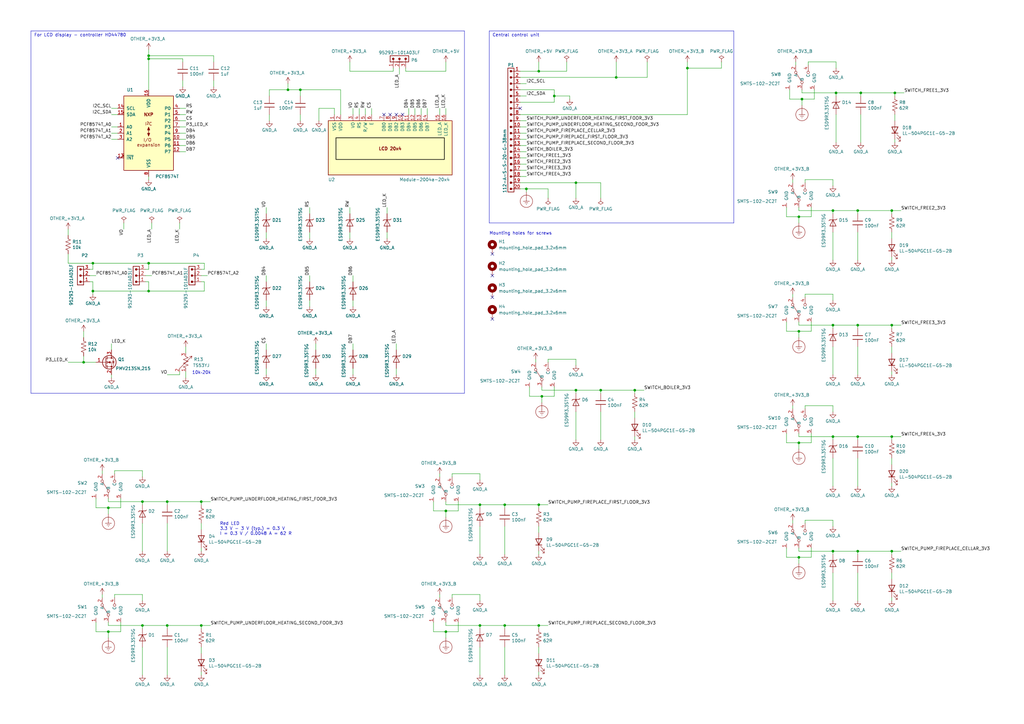
<source format=kicad_sch>
(kicad_sch (version 20230121) (generator eeschema)
  (paper "A3")
  (title_block (title "Switches with LCD display") (date "2023-05-26") (rev "v1.0") (company "Roman Labovsky (roman-labovsky.cz)"))
  (junction (at 58.42 256.54))
  (junction (at 58.42 205.74))
  (junction (at 327.66 181.61))
  (junction (at 196.85 256.54))
  (junction (at 220.98 256.54))
  (junction (at 222.25 162.56))
  (junction (at 44.45 208.28))
  (junction (at 365.76 226.06))
  (junction (at 367.03 38.1))
  (junction (at 38.1 107.95))
  (junction (at 220.98 29.21))
  (junction (at 246.38 160.02))
  (junction (at 351.79 86.36))
  (junction (at 353.06 38.1))
  (junction (at 260.35 160.02))
  (junction (at 236.22 74.93))
  (junction (at 38.1 119.38))
  (junction (at 236.22 160.02))
  (junction (at 327.66 228.6))
  (junction (at 227.33 39.37))
  (junction (at 365.76 86.36))
  (junction (at 341.63 133.35))
  (junction (at 82.55 256.54))
  (junction (at 342.9 38.1))
  (junction (at 196.85 207.01))
  (junction (at 34.29 148.59))
  (junction (at 123.19 36.83))
  (junction (at 60.96 107.95))
  (junction (at 351.79 179.07))
  (junction (at 207.01 207.01))
  (junction (at 207.01 256.54))
  (junction (at 182.88 209.55))
  (junction (at 327.66 135.89))
  (junction (at 341.63 86.36))
  (junction (at 68.58 256.54))
  (junction (at 252.73 31.75))
  (junction (at 215.9 77.47))
  (junction (at 60.96 24.13))
  (junction (at 351.79 226.06))
  (junction (at 365.76 179.07))
  (junction (at 341.63 179.07))
  (junction (at 60.96 119.38))
  (junction (at 220.98 207.01))
  (junction (at 44.45 259.08))
  (junction (at 82.55 205.74))
  (junction (at 341.63 226.06))
  (junction (at 327.66 88.9))
  (junction (at 365.76 133.35))
  (junction (at 281.94 27.94))
  (junction (at 328.93 40.64))
  (junction (at 68.58 205.74))
  (junction (at 182.88 259.08))
  (junction (at 118.11 36.83))
  (junction (at 60.96 22.86))
  (junction (at 351.79 133.35))
  (no_connect (at 162.56 46.99))
  (no_connect (at 201.93 121.92))
  (no_connect (at 213.36 44.45))
  (no_connect (at 48.26 64.77))
  (no_connect (at 160.02 46.99))
  (no_connect (at 165.1 46.99))
  (no_connect (at 201.93 130.81))
  (no_connect (at 157.48 46.99))
  (no_connect (at 201.93 104.14))
  (no_connect (at 201.93 113.03))
  (wire (pts (xy 341.63 179.07) (xy 351.79 179.07)))
  (wire (pts (xy 236.22 74.93) (xy 236.22 81.28)))
  (wire (pts (xy 27.94 107.95) (xy 27.94 104.14)))
  (wire (pts (xy 331.47 25.4) (xy 342.9 25.4)))
  (wire (pts (xy 351.79 187.96) (xy 351.79 199.39)))
  (wire (pts (xy 332.74 228.6) (xy 332.74 224.79)))
  (wire (pts (xy 327.66 86.36) (xy 341.63 86.36)))
  (wire (pts (xy 327.66 138.43) (xy 327.66 135.89)))
  (wire (pts (xy 177.8 259.08) (xy 182.88 259.08)))
  (wire (pts (xy 365.76 199.39) (xy 365.76 198.12)))
  (wire (pts (xy 73.66 59.69) (xy 76.2 59.69)))
  (wire (pts (xy 158.75 87.63) (xy 158.75 85.09)))
  (wire (pts (xy 58.42 205.74) (xy 68.58 205.74)))
  (wire (pts (xy 213.36 41.91) (xy 227.33 41.91)))
  (wire (pts (xy 41.91 193.04) (xy 41.91 194.31)))
  (wire (pts (xy 351.79 95.25) (xy 351.79 106.68)))
  (wire (pts (xy 149.86 44.45) (xy 149.86 46.99)))
  (wire (pts (xy 38.1 110.49) (xy 38.1 107.95)))
  (wire (pts (xy 144.78 44.45) (xy 144.78 46.99)))
  (wire (pts (xy 327.66 88.9) (xy 332.74 88.9)))
  (wire (pts (xy 342.9 25.4) (xy 342.9 27.94)))
  (polyline (pts (xy 200.66 12.7) (xy 200.66 91.44)))
  (wire (pts (xy 351.79 86.36) (xy 351.79 87.63)))
  (wire (pts (xy 182.88 209.55) (xy 187.96 209.55)))
  (wire (pts (xy 109.22 97.79) (xy 109.22 95.25)))
  (wire (pts (xy 34.29 148.59) (xy 39.37 148.59)))
  (wire (pts (xy 127 97.79) (xy 127 95.25)))
  (wire (pts (xy 327.66 179.07) (xy 341.63 179.07)))
  (wire (pts (xy 60.96 119.38) (xy 83.82 119.38)))
  (wire (pts (xy 322.58 85.09) (xy 322.58 88.9)))
  (wire (pts (xy 74.93 35.56) (xy 74.93 33.02)))
  (wire (pts (xy 341.63 73.66) (xy 341.63 76.2)))
  (wire (pts (xy 341.63 133.35) (xy 341.63 134.62)))
  (wire (pts (xy 41.91 243.84) (xy 41.91 245.11)))
  (wire (pts (xy 367.03 58.42) (xy 367.03 57.15)))
  (wire (pts (xy 332.74 135.89) (xy 332.74 132.08)))
  (wire (pts (xy 351.79 142.24) (xy 351.79 153.67)))
  (wire (pts (xy 213.36 69.85) (xy 215.9 69.85)))
  (wire (pts (xy 144.78 115.57) (xy 144.78 113.03)))
  (wire (pts (xy 182.88 29.21) (xy 182.88 25.4)))
  (wire (pts (xy 58.42 205.74) (xy 58.42 207.01)))
  (wire (pts (xy 215.9 77.47) (xy 215.9 78.74)))
  (wire (pts (xy 220.98 215.9) (xy 220.98 218.44)))
  (wire (pts (xy 123.19 36.83) (xy 123.19 39.37)))
  (wire (pts (xy 227.33 162.56) (xy 227.33 158.75)))
  (wire (pts (xy 328.93 36.83) (xy 328.93 38.1)))
  (wire (pts (xy 236.22 147.32) (xy 236.22 149.86)))
  (wire (pts (xy 109.22 125.73) (xy 109.22 123.19)))
  (wire (pts (xy 180.34 44.45) (xy 180.34 46.99)))
  (wire (pts (xy 213.36 64.77) (xy 215.9 64.77)))
  (wire (pts (xy 353.06 46.99) (xy 353.06 58.42)))
  (wire (pts (xy 217.17 162.56) (xy 222.25 162.56)))
  (wire (pts (xy 213.36 49.53) (xy 215.9 49.53)))
  (wire (pts (xy 196.85 207.01) (xy 207.01 207.01)))
  (polyline (pts (xy 190.5 12.7) (xy 12.7 12.7)))
  (wire (pts (xy 365.76 246.38) (xy 365.76 245.11)))
  (wire (pts (xy 76.2 144.78) (xy 76.2 142.24)))
  (wire (pts (xy 58.42 276.86) (xy 58.42 265.43)))
  (wire (pts (xy 73.66 52.07) (xy 76.2 52.07)))
  (wire (pts (xy 196.85 256.54) (xy 196.85 257.81)))
  (wire (pts (xy 227.33 39.37) (xy 233.68 39.37)))
  (wire (pts (xy 220.98 227.33) (xy 220.98 226.06)))
  (wire (pts (xy 182.88 255.27) (xy 182.88 256.54)))
  (wire (pts (xy 185.42 195.58) (xy 185.42 194.31)))
  (wire (pts (xy 73.66 153.67) (xy 68.58 153.67)))
  (wire (pts (xy 351.79 133.35) (xy 365.76 133.35)))
  (wire (pts (xy 367.03 46.99) (xy 367.03 49.53)))
  (wire (pts (xy 328.93 38.1) (xy 342.9 38.1)))
  (wire (pts (xy 46.99 245.11) (xy 46.99 243.84)))
  (wire (pts (xy 220.98 29.21) (xy 232.41 29.21)))
  (wire (pts (xy 44.45 204.47) (xy 44.45 205.74)))
  (wire (pts (xy 175.26 44.45) (xy 175.26 46.99)))
  (wire (pts (xy 322.58 181.61) (xy 327.66 181.61)))
  (wire (pts (xy 60.96 24.13) (xy 60.96 36.83)))
  (wire (pts (xy 161.29 27.94) (xy 161.29 29.21)))
  (wire (pts (xy 351.79 226.06) (xy 365.76 226.06)))
  (wire (pts (xy 27.94 93.98) (xy 27.94 96.52)))
  (wire (pts (xy 322.58 135.89) (xy 327.66 135.89)))
  (wire (pts (xy 187.96 209.55) (xy 187.96 205.74)))
  (wire (pts (xy 44.45 255.27) (xy 44.45 256.54)))
  (wire (pts (xy 341.63 199.39) (xy 341.63 187.96)))
  (wire (pts (xy 129.54 143.51) (xy 129.54 140.97)))
  (wire (pts (xy 152.4 44.45) (xy 152.4 46.99)))
  (wire (pts (xy 224.79 77.47) (xy 224.79 81.28)))
  (wire (pts (xy 220.98 29.21) (xy 220.98 25.4)))
  (wire (pts (xy 196.85 276.86) (xy 196.85 265.43)))
  (wire (pts (xy 127 115.57) (xy 127 113.03)))
  (wire (pts (xy 323.85 36.83) (xy 323.85 40.64)))
  (wire (pts (xy 365.76 226.06) (xy 365.76 227.33)))
  (wire (pts (xy 327.66 132.08) (xy 327.66 133.35)))
  (wire (pts (xy 341.63 166.37) (xy 341.63 168.91)))
  (wire (pts (xy 322.58 132.08) (xy 322.58 135.89)))
  (wire (pts (xy 322.58 228.6) (xy 327.66 228.6)))
  (wire (pts (xy 82.55 205.74) (xy 82.55 207.01)))
  (wire (pts (xy 341.63 120.65) (xy 341.63 123.19)))
  (wire (pts (xy 365.76 86.36) (xy 365.76 87.63)))
  (wire (pts (xy 39.37 204.47) (xy 39.37 208.28)))
  (wire (pts (xy 365.76 179.07) (xy 369.57 179.07)))
  (wire (pts (xy 213.36 72.39) (xy 215.9 72.39)))
  (wire (pts (xy 180.34 243.84) (xy 180.34 245.11)))
  (wire (pts (xy 27.94 148.59) (xy 34.29 148.59)))
  (wire (pts (xy 182.88 205.74) (xy 182.88 207.01)))
  (wire (pts (xy 68.58 205.74) (xy 68.58 207.01)))
  (wire (pts (xy 127 87.63) (xy 127 85.09)))
  (wire (pts (xy 109.22 143.51) (xy 109.22 140.97)))
  (wire (pts (xy 110.49 36.83) (xy 118.11 36.83)))
  (wire (pts (xy 158.75 97.79) (xy 158.75 95.25)))
  (wire (pts (xy 45.72 143.51) (xy 45.72 140.97)))
  (wire (pts (xy 326.39 25.4) (xy 326.39 26.67)))
  (wire (pts (xy 327.66 231.14) (xy 327.66 228.6)))
  (wire (pts (xy 222.25 158.75) (xy 222.25 160.02)))
  (wire (pts (xy 341.63 179.07) (xy 341.63 180.34)))
  (wire (pts (xy 34.29 148.59) (xy 34.29 146.05)))
  (wire (pts (xy 330.2 166.37) (xy 341.63 166.37)))
  (wire (pts (xy 213.36 57.15) (xy 215.9 57.15)))
  (wire (pts (xy 163.83 30.48) (xy 163.83 27.94)))
  (wire (pts (xy 185.42 194.31) (xy 196.85 194.31)))
  (wire (pts (xy 341.63 226.06) (xy 351.79 226.06)))
  (wire (pts (xy 118.11 36.83) (xy 123.19 36.83)))
  (wire (pts (xy 58.42 256.54) (xy 68.58 256.54)))
  (wire (pts (xy 87.63 22.86) (xy 87.63 25.4)))
  (wire (pts (xy 83.82 119.38) (xy 83.82 115.57)))
  (polyline (pts (xy 300.99 12.7) (xy 200.66 12.7)))
  (wire (pts (xy 260.35 168.91) (xy 260.35 171.45)))
  (wire (pts (xy 167.64 44.45) (xy 167.64 46.99)))
  (wire (pts (xy 60.96 20.32) (xy 60.96 22.86)))
  (wire (pts (xy 322.58 177.8) (xy 322.58 181.61)))
  (wire (pts (xy 68.58 265.43) (xy 68.58 276.86)))
  (wire (pts (xy 73.66 46.99) (xy 76.2 46.99)))
  (wire (pts (xy 325.12 120.65) (xy 325.12 121.92)))
  (wire (pts (xy 180.34 194.31) (xy 180.34 195.58)))
  (wire (pts (xy 365.76 179.07) (xy 365.76 180.34)))
  (wire (pts (xy 58.42 193.04) (xy 58.42 195.58)))
  (wire (pts (xy 207.01 207.01) (xy 207.01 208.28)))
  (wire (pts (xy 365.76 95.25) (xy 365.76 97.79)))
  (wire (pts (xy 213.36 74.93) (xy 236.22 74.93)))
  (wire (pts (xy 367.03 38.1) (xy 367.03 39.37)))
  (wire (pts (xy 73.66 91.44) (xy 73.66 93.98)))
  (wire (pts (xy 196.85 256.54) (xy 207.01 256.54)))
  (wire (pts (xy 44.45 208.28) (xy 49.53 208.28)))
  (wire (pts (xy 196.85 207.01) (xy 196.85 208.28)))
  (wire (pts (xy 365.76 187.96) (xy 365.76 190.5)))
  (wire (pts (xy 224.79 147.32) (xy 236.22 147.32)))
  (wire (pts (xy 341.63 226.06) (xy 341.63 227.33)))
  (wire (pts (xy 36.83 110.49) (xy 38.1 110.49)))
  (wire (pts (xy 252.73 31.75) (xy 252.73 25.4)))
  (wire (pts (xy 341.63 133.35) (xy 351.79 133.35)))
  (wire (pts (xy 137.16 44.45) (xy 137.16 46.99)))
  (wire (pts (xy 38.1 119.38) (xy 60.96 119.38)))
  (wire (pts (xy 331.47 26.67) (xy 331.47 25.4)))
  (wire (pts (xy 327.66 133.35) (xy 341.63 133.35)))
  (wire (pts (xy 73.66 44.45) (xy 76.2 44.45)))
  (polyline (pts (xy 12.7 161.29) (xy 190.5 161.29)))
  (wire (pts (xy 68.58 214.63) (xy 68.58 226.06)))
  (wire (pts (xy 38.1 107.95) (xy 27.94 107.95)))
  (wire (pts (xy 82.55 110.49) (xy 83.82 110.49)))
  (wire (pts (xy 365.76 86.36) (xy 369.57 86.36)))
  (wire (pts (xy 110.49 36.83) (xy 110.49 39.37)))
  (wire (pts (xy 82.55 226.06) (xy 82.55 224.79)))
  (wire (pts (xy 236.22 160.02) (xy 236.22 161.29)))
  (wire (pts (xy 48.26 57.15) (xy 45.72 57.15)))
  (wire (pts (xy 60.96 22.86) (xy 87.63 22.86)))
  (wire (pts (xy 213.36 34.29) (xy 215.9 34.29)))
  (wire (pts (xy 341.63 86.36) (xy 351.79 86.36)))
  (wire (pts (xy 351.79 86.36) (xy 365.76 86.36)))
  (wire (pts (xy 45.72 54.61) (xy 48.26 54.61)))
  (wire (pts (xy 162.56 153.67) (xy 162.56 151.13)))
  (wire (pts (xy 82.55 256.54) (xy 82.55 257.81)))
  (wire (pts (xy 207.01 215.9) (xy 207.01 227.33)))
  (wire (pts (xy 58.42 243.84) (xy 58.42 246.38)))
  (wire (pts (xy 342.9 38.1) (xy 342.9 39.37)))
  (wire (pts (xy 332.74 181.61) (xy 332.74 177.8)))
  (wire (pts (xy 207.01 265.43) (xy 207.01 276.86)))
  (wire (pts (xy 327.66 91.44) (xy 327.66 88.9)))
  (wire (pts (xy 60.96 107.95) (xy 83.82 107.95)))
  (wire (pts (xy 46.99 194.31) (xy 46.99 193.04)))
  (wire (pts (xy 341.63 246.38) (xy 341.63 234.95)))
  (wire (pts (xy 144.78 143.51) (xy 144.78 140.97)))
  (wire (pts (xy 342.9 38.1) (xy 353.06 38.1)))
  (wire (pts (xy 220.98 256.54) (xy 224.79 256.54)))
  (wire (pts (xy 233.68 39.37) (xy 233.68 40.64)))
  (wire (pts (xy 177.8 205.74) (xy 177.8 209.55)))
  (wire (pts (xy 213.36 52.07) (xy 215.9 52.07)))
  (wire (pts (xy 172.72 44.45) (xy 172.72 46.99)))
  (polyline (pts (xy 190.5 161.29) (xy 190.5 12.7)))
  (wire (pts (xy 220.98 265.43) (xy 220.98 267.97)))
  (wire (pts (xy 213.36 39.37) (xy 215.9 39.37)))
  (wire (pts (xy 196.85 243.84) (xy 196.85 246.38)))
  (wire (pts (xy 110.49 49.53) (xy 110.49 46.99)))
  (wire (pts (xy 82.55 256.54) (xy 86.36 256.54)))
  (wire (pts (xy 341.63 86.36) (xy 341.63 87.63)))
  (wire (pts (xy 281.94 27.94) (xy 281.94 46.99)))
  (wire (pts (xy 139.7 36.83) (xy 139.7 46.99)))
  (wire (pts (xy 130.81 49.53) (xy 130.81 44.45)))
  (wire (pts (xy 196.85 194.31) (xy 196.85 196.85)))
  (wire (pts (xy 48.26 44.45) (xy 45.72 44.45)))
  (wire (pts (xy 224.79 148.59) (xy 224.79 147.32)))
  (wire (pts (xy 82.55 214.63) (xy 82.55 217.17)))
  (wire (pts (xy 147.32 44.45) (xy 147.32 46.99)))
  (wire (pts (xy 38.1 107.95) (xy 60.96 107.95)))
  (wire (pts (xy 342.9 58.42) (xy 342.9 46.99)))
  (wire (pts (xy 185.42 243.84) (xy 196.85 243.84)))
  (wire (pts (xy 295.91 27.94) (xy 295.91 25.4)))
  (wire (pts (xy 182.88 256.54) (xy 196.85 256.54)))
  (wire (pts (xy 222.25 165.1) (xy 222.25 162.56)))
  (wire (pts (xy 143.51 97.79) (xy 143.51 95.25)))
  (wire (pts (xy 351.79 234.95) (xy 351.79 246.38)))
  (wire (pts (xy 365.76 106.68) (xy 365.76 105.41)))
  (wire (pts (xy 351.79 179.07) (xy 351.79 180.34)))
  (wire (pts (xy 213.36 77.47) (xy 215.9 77.47)))
  (wire (pts (xy 82.55 265.43) (xy 82.55 267.97)))
  (wire (pts (xy 49.53 259.08) (xy 49.53 255.27)))
  (wire (pts (xy 325.12 166.37) (xy 325.12 167.64)))
  (wire (pts (xy 73.66 49.53) (xy 76.2 49.53)))
  (wire (pts (xy 252.73 31.75) (xy 265.43 31.75)))
  (wire (pts (xy 127 125.73) (xy 127 123.19)))
  (wire (pts (xy 130.81 44.45) (xy 137.16 44.45)))
  (wire (pts (xy 44.45 259.08) (xy 49.53 259.08)))
  (wire (pts (xy 353.06 38.1) (xy 367.03 38.1)))
  (wire (pts (xy 246.38 160.02) (xy 246.38 161.29)))
  (wire (pts (xy 44.45 256.54) (xy 58.42 256.54)))
  (wire (pts (xy 73.66 62.23) (xy 76.2 62.23)))
  (wire (pts (xy 123.19 49.53) (xy 123.19 46.99)))
  (wire (pts (xy 182.88 259.08) (xy 187.96 259.08)))
  (wire (pts (xy 334.01 40.64) (xy 334.01 36.83)))
  (wire (pts (xy 328.93 43.18) (xy 328.93 40.64)))
  (wire (pts (xy 330.2 121.92) (xy 330.2 120.65)))
  (wire (pts (xy 48.26 52.07) (xy 45.72 52.07)))
  (wire (pts (xy 144.78 125.73) (xy 144.78 123.19)))
  (wire (pts (xy 219.71 147.32) (xy 219.71 148.59)))
  (wire (pts (xy 36.83 115.57) (xy 38.1 115.57)))
  (wire (pts (xy 327.66 224.79) (xy 327.66 226.06)))
  (wire (pts (xy 327.66 184.15) (xy 327.66 181.61)))
  (wire (pts (xy 60.96 119.38) (xy 60.96 115.57)))
  (wire (pts (xy 246.38 74.93) (xy 246.38 81.28)))
  (wire (pts (xy 260.35 180.34) (xy 260.35 179.07)))
  (wire (pts (xy 246.38 168.91) (xy 246.38 180.34)))
  (wire (pts (xy 60.96 115.57) (xy 59.69 115.57)))
  (wire (pts (xy 44.45 261.62) (xy 44.45 259.08)))
  (wire (pts (xy 265.43 31.75) (xy 265.43 25.4)))
  (wire (pts (xy 325.12 213.36) (xy 325.12 214.63)))
  (wire (pts (xy 59.69 113.03) (xy 62.23 113.03)))
  (wire (pts (xy 143.51 29.21) (xy 143.51 25.4)))
  (wire (pts (xy 182.88 212.09) (xy 182.88 209.55)))
  (wire (pts (xy 44.45 205.74) (xy 58.42 205.74)))
  (wire (pts (xy 58.42 226.06) (xy 58.42 214.63)))
  (wire (pts (xy 74.93 24.13) (xy 60.96 24.13)))
  (wire (pts (xy 73.66 54.61) (xy 76.2 54.61)))
  (wire (pts (xy 118.11 34.29) (xy 118.11 36.83)))
  (wire (pts (xy 38.1 115.57) (xy 38.1 119.38)))
  (wire (pts (xy 325.12 73.66) (xy 325.12 74.93)))
  (wire (pts (xy 38.1 120.65) (xy 38.1 119.38)))
  (wire (pts (xy 323.85 40.64) (xy 328.93 40.64)))
  (wire (pts (xy 177.8 209.55) (xy 182.88 209.55)))
  (wire (pts (xy 327.66 177.8) (xy 327.66 179.07)))
  (polyline (pts (xy 12.7 12.7) (xy 12.7 161.29)))
  (wire (pts (xy 46.99 243.84) (xy 58.42 243.84)))
  (wire (pts (xy 207.01 256.54) (xy 207.01 257.81)))
  (wire (pts (xy 260.35 160.02) (xy 260.35 161.29)))
  (wire (pts (xy 73.66 152.4) (xy 73.66 153.67)))
  (wire (pts (xy 353.06 38.1) (xy 353.06 39.37)))
  (wire (pts (xy 109.22 153.67) (xy 109.22 151.13)))
  (wire (pts (xy 76.2 152.4) (xy 76.2 154.94)))
  (wire (pts (xy 322.58 88.9) (xy 327.66 88.9)))
  (wire (pts (xy 60.96 107.95) (xy 60.96 110.49)))
  (wire (pts (xy 39.37 259.08) (xy 44.45 259.08)))
  (wire (pts (xy 232.41 29.21) (xy 232.41 25.4)))
  (wire (pts (xy 143.51 87.63) (xy 143.51 85.09)))
  (wire (pts (xy 187.96 259.08) (xy 187.96 255.27)))
  (wire (pts (xy 327.66 181.61) (xy 332.74 181.61)))
  (wire (pts (xy 50.8 91.44) (xy 50.8 93.98)))
  (polyline (pts (xy 200.66 91.44) (xy 300.99 91.44)))
  (wire (pts (xy 123.19 36.83) (xy 139.7 36.83)))
  (wire (pts (xy 213.36 36.83) (xy 227.33 36.83)))
  (wire (pts (xy 213.36 54.61) (xy 215.9 54.61)))
  (wire (pts (xy 49.53 208.28) (xy 49.53 204.47)))
  (wire (pts (xy 45.72 46.99) (xy 48.26 46.99)))
  (wire (pts (xy 227.33 36.83) (xy 227.33 39.37)))
  (wire (pts (xy 213.36 29.21) (xy 220.98 29.21)))
  (wire (pts (xy 215.9 77.47) (xy 224.79 77.47)))
  (wire (pts (xy 46.99 193.04) (xy 58.42 193.04)))
  (wire (pts (xy 367.03 38.1) (xy 370.84 38.1)))
  (wire (pts (xy 68.58 256.54) (xy 82.55 256.54)))
  (wire (pts (xy 213.36 46.99) (xy 281.94 46.99)))
  (wire (pts (xy 222.25 160.02) (xy 236.22 160.02)))
  (wire (pts (xy 330.2 120.65) (xy 341.63 120.65)))
  (wire (pts (xy 227.33 39.37) (xy 227.33 41.91)))
  (wire (pts (xy 60.96 22.86) (xy 60.96 24.13)))
  (wire (pts (xy 341.63 213.36) (xy 341.63 215.9)))
  (wire (pts (xy 36.83 113.03) (xy 39.37 113.03)))
  (wire (pts (xy 207.01 256.54) (xy 220.98 256.54)))
  (wire (pts (xy 220.98 256.54) (xy 220.98 257.81)))
  (wire (pts (xy 281.94 27.94) (xy 281.94 25.4)))
  (wire (pts (xy 170.18 44.45) (xy 170.18 46.99)))
  (wire (pts (xy 213.36 67.31) (xy 215.9 67.31)))
  (wire (pts (xy 220.98 207.01) (xy 224.79 207.01)))
  (wire (pts (xy 327.66 226.06) (xy 341.63 226.06)))
  (wire (pts (xy 58.42 256.54) (xy 58.42 257.81)))
  (wire (pts (xy 365.76 133.35) (xy 365.76 134.62)))
  (wire (pts (xy 44.45 210.82) (xy 44.45 208.28)))
  (wire (pts (xy 109.22 115.57) (xy 109.22 113.03)))
  (wire (pts (xy 45.72 154.94) (xy 45.72 153.67)))
  (wire (pts (xy 327.66 228.6) (xy 332.74 228.6)))
  (wire (pts (xy 166.37 27.94) (xy 166.37 29.21)))
  (wire (pts (xy 60.96 110.49) (xy 59.69 110.49)))
  (wire (pts (xy 161.29 29.21) (xy 143.51 29.21)))
  (wire (pts (xy 83.82 115.57) (xy 82.55 115.57)))
  (wire (pts (xy 365.76 142.24) (xy 365.76 144.78)))
  (wire (pts (xy 365.76 226.06) (xy 369.57 226.06)))
  (wire (pts (xy 330.2 167.64) (xy 330.2 166.37)))
  (wire (pts (xy 330.2 214.63) (xy 330.2 213.36)))
  (wire (pts (xy 330.2 74.93) (xy 330.2 73.66)))
  (wire (pts (xy 82.55 205.74) (xy 86.36 205.74)))
  (wire (pts (xy 260.35 160.02) (xy 264.16 160.02)))
  (wire (pts (xy 182.88 207.01) (xy 196.85 207.01)))
  (wire (pts (xy 60.96 73.66) (xy 60.96 72.39)))
  (polyline (pts (xy 300.99 91.44) (xy 300.99 12.7)))
  (wire (pts (xy 213.36 59.69) (xy 215.9 59.69)))
  (wire (pts (xy 207.01 207.01) (xy 220.98 207.01)))
  (wire (pts (xy 144.78 153.67) (xy 144.78 151.13)))
  (wire (pts (xy 222.25 162.56) (xy 227.33 162.56)))
  (wire (pts (xy 166.37 29.21) (xy 182.88 29.21)))
  (wire (pts (xy 217.17 158.75) (xy 217.17 162.56)))
  (wire (pts (xy 246.38 160.02) (xy 260.35 160.02)))
  (wire (pts (xy 213.36 62.23) (xy 215.9 62.23)))
  (wire (pts (xy 82.55 113.03) (xy 85.09 113.03)))
  (wire (pts (xy 341.63 106.68) (xy 341.63 95.25)))
  (wire (pts (xy 185.42 245.11) (xy 185.42 243.84)))
  (wire (pts (xy 62.23 91.44) (xy 62.23 93.98)))
  (wire (pts (xy 162.56 143.51) (xy 162.56 140.97)))
  (wire (pts (xy 177.8 255.27) (xy 177.8 259.08)))
  (wire (pts (xy 236.22 74.93) (xy 246.38 74.93)))
  (wire (pts (xy 330.2 73.66) (xy 341.63 73.66)))
  (wire (pts (xy 322.58 224.79) (xy 322.58 228.6)))
  (wire (pts (xy 351.79 133.35) (xy 351.79 134.62)))
  (wire (pts (xy 68.58 256.54) (xy 68.58 257.81)))
  (wire (pts (xy 281.94 27.94) (xy 295.91 27.94)))
  (wire (pts (xy 34.29 138.43) (xy 34.29 135.89)))
  (wire (pts (xy 83.82 110.49) (xy 83.82 107.95)))
  (wire (pts (xy 213.36 31.75) (xy 252.73 31.75)))
  (wire (pts (xy 365.76 133.35) (xy 369.57 133.35)))
  (wire (pts (xy 236.22 160.02) (xy 246.38 160.02)))
  (wire (pts (xy 332.74 88.9) (xy 332.74 85.09)))
  (wire (pts (xy 365.76 234.95) (xy 365.76 237.49)))
  (wire (pts (xy 39.37 255.27) (xy 39.37 259.08)))
  (wire (pts (xy 109.22 87.63) (xy 109.22 85.09)))
  (wire (pts (xy 327.66 85.09) (xy 327.66 86.36)))
  (wire (pts (xy 220.98 207.01) (xy 220.98 208.28)))
  (wire (pts (xy 327.66 135.89) (xy 332.74 135.89)))
  (wire (pts (xy 73.66 57.15) (xy 76.2 57.15)))
  (wire (pts (xy 82.55 276.86) (xy 82.55 275.59)))
  (wire (pts (xy 365.76 153.67) (xy 365.76 152.4)))
  (wire (pts (xy 39.37 208.28) (xy 44.45 208.28)))
  (wire (pts (xy 330.2 213.36) (xy 341.63 213.36)))
  (wire (pts (xy 236.22 180.34) (xy 236.22 168.91)))
  (wire (pts (xy 87.63 35.56) (xy 87.63 33.02)))
  (wire (pts (xy 182.88 44.45) (xy 182.88 46.99)))
  (wire (pts (xy 220.98 276.86) (xy 220.98 275.59)))
  (wire (pts (xy 196.85 227.33) (xy 196.85 215.9)))
  (wire (pts (xy 182.88 261.62) (xy 182.88 259.08)))
  (wire (pts (xy 351.79 226.06) (xy 351.79 227.33)))
  (wire (pts (xy 341.63 153.67) (xy 341.63 142.24)))
  (wire (pts (xy 68.58 205.74) (xy 82.55 205.74)))
  (wire (pts (xy 351.79 179.07) (xy 365.76 179.07)))
  (wire (pts (xy 328.93 40.64) (xy 334.01 40.64)))
  (wire (pts (xy 74.93 25.4) (xy 74.93 24.13)))
  (wire (pts (xy 129.54 153.67) (xy 129.54 151.13)))
  (text "Mounting holes for screws" (at 200.66 96.52 0) (effects (font (size 1.27 1.27)) (justify left bottom)))
  (text "Central control unit" (at 201.93 15.24 0) (effects (font (size 1.27 1.27)) (justify left bottom)))
  (text "For LCD display - controller HD44780" (at 13.97 15.24 0) (effects (font (size 1.27 1.27)) (justify left bottom)))
  (text "10k–20k" (at 78.74 153.67 0) (effects (font (size 1.27 1.27)) (justify left bottom)))
  (text "Red LED\n3.3 V - 3 V (typ.) = 0.3 V\nI = 0.3 V / 0.0048 A = 62 R" (at 90.17 219.71 0) (effects (font (size 1.27 1.27)) (justify left bottom)))
  (label "DB4" (at 167.64 44.45 90))
  (label "PCF8574T_A0" (at 45.72 52.07 180))
  (label "LED_A" (at 162.56 140.97 90))
  (label "SWITCH_PUMP_FIREPLACE_CELLAR_3V3" (at 369.57 226.06 0))
  (label "SWITCH_BOILER_3V3" (at 264.16 160.02 0))
  (label "VO" (at 144.78 44.45 90))
  (label "PCF8574T_A1" (at 45.72 54.61 180))
  (label "SWITCH_FREE3_3V3" (at 369.57 133.35 0))
  (label "SWITCH_PUMP_UNDERFLOOR_HEATING_SECOND_FOOR_3V3" (at 86.36 256.54 0))
  (label "LED_K" (at 45.72 140.97 0))
  (label "SWITCH_PUMP_FIREPLACE_FIRST_FLOOR_3V3" (at 224.79 207.01 0))
  (label "VO" (at 68.58 153.67 180))
  (label "RS" (at 127 85.09 90))
  (label "VO" (at 109.22 85.09 90))
  (label "DB7" (at 175.26 44.45 90))
  (label "SWITCH_PUMP_FIREPLACE_SECOND_FLOOR_3V3" (at 215.9 59.69 0))
  (label "DB4" (at 109.22 113.03 90))
  (label "SWITCH_FREE1_3V3" (at 370.84 38.1 0))
  (label "I2C_SCL" (at 45.72 44.45 180))
  (label "SWITCH_PUMP_FIREPLACE_FIRST_FLOOR_3V3" (at 215.9 57.15 0))
  (label "DB6" (at 172.72 44.45 90))
  (label "LED_K" (at 158.75 85.09 90))
  (label "PCF8574T_A2" (at 45.72 57.15 180))
  (label "P3_LED_K" (at 76.2 52.07 0))
  (label "DB5" (at 127 113.03 90))
  (label "SWITCH_FREE4_3V3" (at 369.57 179.07 0))
  (label "SWITCH_FREE1_3V3" (at 215.9 64.77 0))
  (label "LED_K" (at 182.88 44.45 90))
  (label "DB6" (at 144.78 113.03 90))
  (label "SWITCH_FREE3_3V3" (at 215.9 69.85 0))
  (label "DB5" (at 170.18 44.45 90))
  (label "PCF8574T_A2" (at 85.09 113.03 0))
  (label "RW" (at 143.51 85.09 90))
  (label "I2C_SCL" (at 215.9 34.29 0))
  (label "P3_LED_K" (at 27.94 148.59 180))
  (label "PCF8574T_A0" (at 39.37 113.03 0))
  (label "SWITCH_FREE4_3V3" (at 215.9 72.39 0))
  (label "SWITCH_FREE2_3V3" (at 369.57 86.36 0))
  (label "RW" (at 76.2 46.99 0))
  (label "VO" (at 50.8 93.98 270))
  (label "DB7" (at 76.2 62.23 0))
  (label "CS" (at 76.2 49.53 0))
  (label "SWITCH_BOILER_3V3" (at 215.9 62.23 0))
  (label "LED_K" (at 73.66 93.98 270))
  (label "CS" (at 109.22 140.97 90))
  (label "LED_A" (at 62.23 93.98 270))
  (label "SWITCH_PUMP_UNDERFLOOR_HEATING_FIRST_FOOR_3V3" (at 86.36 205.74 0))
  (label "PCF8574T_A1" (at 62.23 113.03 0))
  (label "CS" (at 152.4 44.45 90))
  (label "SWITCH_PUMP_UNDERFLOOR_HEATING_FIRST_FOOR_3V3" (at 215.9 49.53 0))
  (label "LED_A" (at 180.34 44.45 90))
  (label "I2C_SDA" (at 215.9 39.37 0))
  (label "SWITCH_PUMP_FIREPLACE_CELLAR_3V3" (at 215.9 54.61 0))
  (label "RW" (at 149.86 44.45 90))
  (label "RS" (at 76.2 44.45 0))
  (label "LED_A" (at 163.83 30.48 270))
  (label "DB6" (at 76.2 59.69 0))
  (label "DB5" (at 76.2 57.15 0))
  (label "SWITCH_PUMP_FIREPLACE_SECOND_FLOOR_3V3" (at 224.79 256.54 0))
  (label "I2C_SDA" (at 45.72 46.99 180))
  (label "RS" (at 147.32 44.45 90))
  (label "DB7" (at 144.78 140.97 90))
  (label "SWITCH_FREE2_3V3" (at 215.9 67.31 0))
  (label "DB4" (at 76.2 54.61 0))
  (label "SWITCH_PUMP_UNDERFLOOR_HEATING_SECOND_FOOR_3V3" (at 215.9 52.07 0))
  (symbol (lib_id "power_rl:OTHER_+3V3_A") (at 60.96 20.32 0) (unit 1)
    (property "Reference" "#PWR0114" (effects hide))
    (property "Value" "OTHER_+3V3_A" (at 60.579 15.9258 0))
  )
  (symbol (lib_id "power_rl:OTHER_+3V3_A") (at 27.94 93.98 0) (unit 1)
    (property "Reference" "#PWR0116" (effects hide))
    (property "Value" "OTHER_+3V3_A" (at 27.559 89.5858 0))
  )
  (symbol (lib_id "power_rl:OTHER_+3V3_A") (at 76.2 142.24 0) (unit 1)
    (property "Reference" "#PWR0117" (effects hide))
    (property "Value" "OTHER_+3V3_A" (at 75.819 137.8458 0))
  )
  (symbol (lib_id "power_rl:OTHER_+3V3_A") (at 34.29 135.89 0) (unit 1)
    (property "Reference" "#PWR0118" (effects hide))
    (property "Value" "OTHER_+3V3_A" (at 33.909 131.4958 0))
  )
  (symbol (lib_id "power_rl:OTHER_+3V3_A") (at 129.54 140.97 0) (unit 1)
    (property "Reference" "#PWR0119" (effects hide))
    (property "Value" "OTHER_+3V3_A" (at 129.159 136.5758 0))
  )
  (symbol (lib_id "power_rl:OTHER_+3V3_A") (at 143.51 25.4 0) (unit 1)
    (property "Reference" "#PWR0120" (effects hide))
    (property "Value" "OTHER_+3V3_A" (at 143.129 21.0058 0))
  )
  (symbol (lib_id "power_rl:OTHER_+3V3_B") (at 41.91 193.04 0) (unit 1)
    (property "Reference" "#PWR0121" (effects hide))
    (property "Value" "OTHER_+3V3_B" (at 41.529 188.6458 0))
  )
  (symbol (lib_id "power_rl:OTHER_+5V") (at 220.98 25.4 0) (unit 1)
    (property "Reference" "#PWR052" (effects hide))
    (property "Value" "OTHER_+5V" (at 220.98 21.0058 0))
  )
  (symbol (lib_id "power_rl:OTHER_+3V3_B") (at 41.91 243.84 0) (unit 1)
    (property "Reference" "#PWR0122" (effects hide))
    (property "Value" "OTHER_+3V3_B" (at 41.529 239.4458 0))
  )
  (symbol (lib_id "power_rl:OTHER_+3V3_B") (at 180.34 194.31 0) (unit 1)
    (property "Reference" "#PWR0123" (effects hide))
    (property "Value" "OTHER_+3V3_B" (at 179.959 189.9158 0))
  )
  (symbol (lib_id "power_rl:OTHER_+3V3_B") (at 326.39 25.4 0) (unit 1)
    (property "Reference" "#PWR0124" (effects hide))
    (property "Value" "OTHER_+3V3_B" (at 326.009 21.0058 0))
  )
  (symbol (lib_id "power_rl:OTHER_+3V3_B") (at 180.34 243.84 0) (unit 1)
    (property "Reference" "#PWR0125" (effects hide))
    (property "Value" "OTHER_+3V3_B" (at 179.959 239.4458 0))
  )
  (symbol (lib_id "power_rl:OTHER_+3V3_B") (at 325.12 73.66 0) (unit 1)
    (property "Reference" "#PWR0126" (effects hide))
    (property "Value" "OTHER_+3V3_B" (at 324.739 69.2658 0))
  )
  (symbol (lib_id "power_rl:OTHER_+3V3_B") (at 325.12 213.36 0) (unit 1)
    (property "Reference" "#PWR0127" (effects hide))
    (property "Value" "OTHER_+3V3_B" (at 324.739 208.9658 0))
  )
  (symbol (lib_id "power_rl:OTHER_+3V3_B") (at 219.71 147.32 0) (unit 1)
    (property "Reference" "#PWR0128" (effects hide))
    (property "Value" "OTHER_+3V3_B" (at 219.329 142.9258 0))
  )
  (symbol (lib_id "power_rl:OTHER_+3V3_B") (at 325.12 120.65 0) (unit 1)
    (property "Reference" "#PWR0129" (effects hide))
    (property "Value" "OTHER_+3V3_B" (at 324.739 116.2558 0))
  )
  (symbol (lib_id "power_rl:OTHER_+3V3_B") (at 325.12 166.37 0) (unit 1)
    (property "Reference" "#PWR0130" (effects hide))
    (property "Value" "OTHER_+3V3_B" (at 324.739 161.9758 0))
  )
  (symbol (lib_id "power_rl:GND_A") (at 233.68 40.64 0) (unit 1)
    (property "Reference" "#PWR053" (effects hide))
    (property "Value" "GND_A" (at 233.68 44.45 0))
  )
  (symbol (lib_id "power_rl:GND_A") (at 58.42 246.38 0) (unit 1)
    (property "Reference" "#PWR0101" (effects hide))
    (property "Value" "GND_A" (at 58.42 250.19 0))
  )
  (symbol (lib_id "power_rl:GND_A") (at 196.85 196.85 0) (unit 1)
    (property "Reference" "#PWR0102" (effects hide))
    (property "Value" "GND_A" (at 196.85 200.66 0))
  )
  (symbol (lib_id "power_rl:GND_A") (at 196.85 246.38 0) (unit 1)
    (property "Reference" "#PWR0103" (effects hide))
    (property "Value" "GND_A" (at 196.85 250.19 0))
  )
  (symbol (lib_id "power_rl:GND_A") (at 341.63 215.9 0) (unit 1)
    (property "Reference" "#PWR0104" (effects hide))
    (property "Value" "GND_A" (at 341.63 219.71 0))
  )
  (symbol (lib_id "power_rl:GND_A") (at 236.22 149.86 0) (unit 1)
    (property "Reference" "#PWR0105" (effects hide))
    (property "Value" "GND_A" (at 236.22 153.67 0))
  )
  (symbol (lib_id "power_rl:GND_A") (at 341.63 168.91 0) (unit 1)
    (property "Reference" "#PWR0106" (effects hide))
    (property "Value" "GND_A" (at 341.63 172.72 0))
  )
  (symbol (lib_id "power_rl:Earth_Protective") (at 215.9 78.74 0) (unit 1)
    (property "Reference" "#PWR051" (effects hide))
    (property "Value" "Earth_Protective" (effects hide))
  )
  (symbol (lib_id "power_rl:GND_A") (at 341.63 123.19 0) (unit 1)
    (property "Reference" "#PWR0107" (effects hide))
    (property "Value" "GND_A" (at 341.63 127 0))
  )
  (symbol (lib_id "power_rl:PWR_FLAG") (at 224.79 81.28 180) (unit 1)
    (property "Reference" "#FLG01" (effects hide))
    (property "Value" "PWR_FLAG" (at 224.79 85.6742 0))
  )
  (symbol (lib_id "power_rl:GND_A") (at 341.63 76.2 0) (unit 1)
    (property "Reference" "#PWR0108" (effects hide))
    (property "Value" "GND_A" (at 341.63 80.01 0))
  )
  (symbol (lib_id "switch_tht_rl:SMTS-102-2C2T") (at 44.45 248.92 90) (unit 1)
    (property "Reference" "SW1" (at 31.75 248.92 90) (effects (justify right)))
    (property "Value" "SMTS-102-2C2T" (at 19.05 252.73 90) (effects (justify right)))
    (property "Footprint" "switch_tht_rl:SMTS-102-2C2T" (effects hide))
    (property "Datasheet" "https://www.gme.cz/data/attachments/dsh.631-528.1.pdf" (effects hide))
  )
  (symbol (lib_id "power_rl:Earth_Protective") (at 44.45 261.62 0) (unit 1)
    (property "Reference" "#PWR03" (effects hide))
    (property "Value" "Earth_Protective" (effects hide))
  )
  (symbol (lib_id "transil_diode_smd_rl:ESD9R3.3ST5G") (at 58.42 261.62 0) (unit 1)
    (property "Reference" "D1" (at 60.8076 260.4516 0) (effects (justify left)))
    (property "Value" "ESD9R3.3ST5G" (at 54.61 271.78 90) (effects (justify left)))
    (property "Footprint" "package_sod_rl:sod_923" (effects hide))
    (property "Datasheet" "https://www.onsemi.com/download/data-sheet/pdf/esd9r3.3s-d.pdf" (effects hide))
  )
  (symbol (lib_id "capacitor_smd_rl:c_1206") (at 68.58 261.62 270) (unit 1)
    (property "Reference" "C1" (at 71.374 260.4516 90) (effects (justify left)))
    (property "Value" "100nF" (at 71.374 262.763 90) (effects (justify left)))
    (property "Footprint" "capacitor_smd_rl:c_1206" (effects hide))
  )
  (symbol (lib_id "led_tht_rl:LL-504PGC1E-G5-2B") (at 82.55 271.78 90) (unit 1)
    (property "Reference" "D3" (at 85.5472 270.7894 90) (effects (justify right)))
    (property "Value" "LL-504PGC1E-G5-2B" (at 85.5472 273.1008 90) (effects (justify right)))
    (property "Footprint" "led_tht_rl:led_d5mm_2.54mm" (effects hide))
    (property "Datasheet" "https://www.luckylight.cn/media/component/data-sheet/504PGC1E-G5-2B.pdf" (effects hide))
  )
  (symbol (lib_id "resistor_smd_rl:r_1206_us") (at 82.55 261.62 270) (unit 1)
    (property "Reference" "R1" (at 84.2772 260.4516 90) (effects (justify left)))
    (property "Value" "62R" (at 84.2772 262.763 90) (effects (justify left)))
    (property "Footprint" "resistor_smd_rl:r_1206" (effects hide))
  )
  (symbol (lib_id "connector_pin_header_2.54mm_tht_rl:112-A-S-S-20-G-38mm") (at 209.55 53.34 90) (mirror x) (unit 1)
    (property "Reference" "P1" (at 209.55 26.67 90))
    (property "Value" "112-A-S-S-20-G-38mm" (at 207.01 66.04 0))
    (property "Footprint" "connector_pin_header_2.54mm_tht_rl:1x20_pin_header_2.54mm_vertical" (effects hide))
    (property "Datasheet" "https://img.gme.cz/files/eshop_data/eshop_data/5/832-162/dsh.832-162.2.pdf" (effects hide))
  )
  (symbol (lib_id "power_rl:GND_A") (at 342.9 27.94 0) (unit 1)
    (property "Reference" "#PWR0109" (effects hide))
    (property "Value" "GND_A" (at 342.9 31.75 0))
  )
  (symbol (lib_id "switch_tht_rl:SMTS-102-2C2T") (at 182.88 199.39 90) (unit 1)
    (property "Reference" "SW3" (at 170.18 199.39 90) (effects (justify right)))
    (property "Value" "SMTS-102-2C2T" (at 157.48 203.2 90) (effects (justify right)))
    (property "Footprint" "switch_tht_rl:SMTS-102-2C2T" (effects hide))
    (property "Datasheet" "https://www.gme.cz/data/attachments/dsh.631-528.1.pdf" (effects hide))
  )
  (symbol (lib_id "power_rl:Earth_Protective") (at 182.88 212.09 0) (unit 1)
    (property "Reference" "#PWR012" (effects hide))
    (property "Value" "Earth_Protective" (effects hide))
  )
  (symbol (lib_id "transil_diode_smd_rl:ESD9R3.3ST5G") (at 196.85 212.09 0) (unit 1)
    (property "Reference" "D5" (at 199.2376 210.9216 0) (effects (justify left)))
    (property "Value" "ESD9R3.3ST5G" (at 193.04 222.25 90) (effects (justify left)))
    (property "Footprint" "package_sod_rl:sod_923" (effects hide))
    (property "Datasheet" "https://www.onsemi.com/download/data-sheet/pdf/esd9r3.3s-d.pdf" (effects hide))
  )
  (symbol (lib_id "capacitor_smd_rl:c_1206") (at 207.01 212.09 270) (unit 1)
    (property "Reference" "C3" (at 209.804 210.9216 90) (effects (justify left)))
    (property "Value" "100nF" (at 209.804 213.233 90) (effects (justify left)))
    (property "Footprint" "capacitor_smd_rl:c_1206" (effects hide))
  )
  (symbol (lib_id "led_tht_rl:LL-504PGC1E-G5-2B") (at 220.98 222.25 90) (unit 1)
    (property "Reference" "D9" (at 223.9772 221.2594 90) (effects (justify right)))
    (property "Value" "LL-504PGC1E-G5-2B" (at 223.9772 223.5708 90) (effects (justify right)))
    (property "Footprint" "led_tht_rl:led_d5mm_2.54mm" (effects hide))
    (property "Datasheet" "https://www.luckylight.cn/media/component/data-sheet/504PGC1E-G5-2B.pdf" (effects hide))
  )
  (symbol (lib_id "resistor_smd_rl:r_1206_us") (at 220.98 212.09 270) (unit 1)
    (property "Reference" "R3" (at 222.7072 210.9216 90) (effects (justify left)))
    (property "Value" "62R" (at 222.7072 213.233 90) (effects (justify left)))
    (property "Footprint" "resistor_smd_rl:r_1206" (effects hide))
  )
  (symbol (lib_id "power_rl:GND_A") (at 82.55 226.06 0) (unit 1)
    (property "Reference" "#PWR0110" (effects hide))
    (property "Value" "GND_A" (at 82.55 229.87 0))
  )
  (symbol (lib_id "switch_tht_rl:SMTS-102-2C2T") (at 182.88 248.92 90) (unit 1)
    (property "Reference" "SW5" (at 170.18 248.92 90) (effects (justify right)))
    (property "Value" "SMTS-102-2C2T" (at 157.48 252.73 90) (effects (justify right)))
    (property "Footprint" "switch_tht_rl:SMTS-102-2C2T" (effects hide))
    (property "Datasheet" "https://www.gme.cz/data/attachments/dsh.631-528.1.pdf" (effects hide))
  )
  (symbol (lib_id "power_rl:Earth_Protective") (at 182.88 261.62 0) (unit 1)
    (property "Reference" "#PWR017" (effects hide))
    (property "Value" "Earth_Protective" (effects hide))
  )
  (symbol (lib_id "transil_diode_smd_rl:ESD9R3.3ST5G") (at 196.85 261.62 0) (unit 1)
    (property "Reference" "D7" (at 199.2376 260.4516 0) (effects (justify left)))
    (property "Value" "ESD9R3.3ST5G" (at 193.04 271.78 90) (effects (justify left)))
    (property "Footprint" "package_sod_rl:sod_923" (effects hide))
    (property "Datasheet" "https://www.onsemi.com/download/data-sheet/pdf/esd9r3.3s-d.pdf" (effects hide))
  )
  (symbol (lib_id "capacitor_smd_rl:c_1206") (at 207.01 261.62 270) (unit 1)
    (property "Reference" "C5" (at 209.804 260.4516 90) (effects (justify left)))
    (property "Value" "100nF" (at 209.804 262.763 90) (effects (justify left)))
    (property "Footprint" "capacitor_smd_rl:c_1206" (effects hide))
  )
  (symbol (lib_id "led_tht_rl:LL-504PGC1E-G5-2B") (at 220.98 271.78 90) (unit 1)
    (property "Reference" "D11" (at 223.9772 270.7894 90) (effects (justify right)))
    (property "Value" "LL-504PGC1E-G5-2B" (at 223.9772 273.1008 90) (effects (justify right)))
    (property "Footprint" "led_tht_rl:led_d5mm_2.54mm" (effects hide))
    (property "Datasheet" "https://www.luckylight.cn/media/component/data-sheet/504PGC1E-G5-2B.pdf" (effects hide))
  )
  (symbol (lib_id "resistor_smd_rl:r_1206_us") (at 220.98 261.62 270) (unit 1)
    (property "Reference" "R5" (at 222.7072 260.4516 90) (effects (justify left)))
    (property "Value" "62R" (at 222.7072 262.763 90) (effects (justify left)))
    (property "Footprint" "resistor_smd_rl:r_1206" (effects hide))
  )
  (symbol (lib_id "power_rl:GND_A") (at 236.22 81.28 0) (unit 1)
    (property "Reference" "#PWR055" (effects hide))
    (property "Value" "GND_A" (at 236.22 85.09 0))
  )
  (symbol (lib_id "switch_tht_rl:SMTS-102-2C2T") (at 327.66 218.44 90) (unit 1)
    (property "Reference" "SW6" (at 314.96 218.44 90) (effects (justify right)))
    (property "Value" "SMTS-102-2C2T" (at 302.26 222.25 90) (effects (justify right)))
    (property "Footprint" "switch_tht_rl:SMTS-102-2C2T" (effects hide))
    (property "Datasheet" "https://www.gme.cz/data/attachments/dsh.631-528.1.pdf" (effects hide))
  )
  (symbol (lib_id "power_rl:Earth_Protective") (at 327.66 231.14 0) (unit 1)
    (property "Reference" "#PWR018" (effects hide))
    (property "Value" "Earth_Protective" (effects hide))
  )
  (symbol (lib_id "transil_diode_smd_rl:ESD9R3.3ST5G") (at 341.63 231.14 0) (unit 1)
    (property "Reference" "D8" (at 344.0176 229.9716 0) (effects (justify left)))
    (property "Value" "ESD9R3.3ST5G" (at 337.82 241.3 90) (effects (justify left)))
    (property "Footprint" "package_sod_rl:sod_923" (effects hide))
    (property "Datasheet" "https://www.onsemi.com/download/data-sheet/pdf/esd9r3.3s-d.pdf" (effects hide))
  )
  (symbol (lib_id "capacitor_smd_rl:c_1206") (at 351.79 231.14 270) (unit 1)
    (property "Reference" "C6" (at 354.584 229.9716 90) (effects (justify left)))
    (property "Value" "100nF" (at 354.584 232.283 90) (effects (justify left)))
    (property "Footprint" "capacitor_smd_rl:c_1206" (effects hide))
  )
  (symbol (lib_id "led_tht_rl:LL-504PGC1E-G5-2B") (at 365.76 241.3 90) (unit 1)
    (property "Reference" "D12" (at 368.7572 240.3094 90) (effects (justify right)))
    (property "Value" "LL-504PGC1E-G5-2B" (at 368.7572 242.6208 90) (effects (justify right)))
    (property "Footprint" "led_tht_rl:led_d5mm_2.54mm" (effects hide))
    (property "Datasheet" "https://www.luckylight.cn/media/component/data-sheet/504PGC1E-G5-2B.pdf" (effects hide))
  )
  (symbol (lib_id "resistor_smd_rl:r_1206_us") (at 365.76 231.14 270) (unit 1)
    (property "Reference" "R6" (at 367.4872 229.9716 90) (effects (justify left)))
    (property "Value" "62R" (at 367.4872 232.283 90) (effects (justify left)))
    (property "Footprint" "resistor_smd_rl:r_1206" (effects hide))
  )
  (symbol (lib_id "switch_tht_rl:SMTS-102-2C2T") (at 222.25 152.4 90) (unit 1)
    (property "Reference" "SW4" (at 209.55 152.4 90) (effects (justify right)))
    (property "Value" "SMTS-102-2C2T" (at 196.85 156.21 90) (effects (justify right)))
    (property "Footprint" "switch_tht_rl:SMTS-102-2C2T" (effects hide))
    (property "Datasheet" "https://www.gme.cz/data/attachments/dsh.631-528.1.pdf" (effects hide))
  )
  (symbol (lib_id "power_rl:Earth_Protective") (at 222.25 165.1 0) (unit 1)
    (property "Reference" "#PWR016" (effects hide))
    (property "Value" "Earth_Protective" (effects hide))
  )
  (symbol (lib_id "transil_diode_smd_rl:ESD9R3.3ST5G") (at 236.22 165.1 0) (unit 1)
    (property "Reference" "D6" (at 238.6076 163.9316 0) (effects (justify left)))
    (property "Value" "ESD9R3.3ST5G" (at 232.41 175.26 90) (effects (justify left)))
    (property "Footprint" "package_sod_rl:sod_923" (effects hide))
    (property "Datasheet" "https://www.onsemi.com/download/data-sheet/pdf/esd9r3.3s-d.pdf" (effects hide))
  )
  (symbol (lib_id "capacitor_smd_rl:c_1206") (at 246.38 165.1 270) (unit 1)
    (property "Reference" "C4" (at 249.174 163.9316 90) (effects (justify left)))
    (property "Value" "100nF" (at 249.174 166.243 90) (effects (justify left)))
    (property "Footprint" "capacitor_smd_rl:c_1206" (effects hide))
  )
  (symbol (lib_id "led_tht_rl:LL-504PGC1E-G5-2B") (at 260.35 175.26 90) (unit 1)
    (property "Reference" "D10" (at 263.3472 174.2694 90) (effects (justify right)))
    (property "Value" "LL-504PGC1E-G5-2B" (at 263.3472 176.5808 90) (effects (justify right)))
    (property "Footprint" "led_tht_rl:led_d5mm_2.54mm" (effects hide))
    (property "Datasheet" "https://www.luckylight.cn/media/component/data-sheet/504PGC1E-G5-2B.pdf" (effects hide))
  )
  (symbol (lib_id "resistor_smd_rl:r_1206_us") (at 260.35 165.1 270) (unit 1)
    (property "Reference" "R4" (at 262.0772 163.9316 90) (effects (justify left)))
    (property "Value" "62R" (at 262.0772 166.243 90) (effects (justify left)))
    (property "Footprint" "resistor_smd_rl:r_1206" (effects hide))
  )
  (symbol (lib_id "power_rl:GND_A") (at 38.1 120.65 0) (unit 1)
    (property "Reference" "#PWR0111" (effects hide))
    (property "Value" "GND_A" (at 38.1 124.46 0))
  )
  (symbol (lib_id "power_rl:PWR_FLAG") (at 295.91 25.4 0) (unit 1)
    (property "Reference" "#FLG0101" (effects hide))
    (property "Value" "PWR_FLAG" (at 295.91 21.0058 0))
  )
  (symbol (lib_id "power_rl:PWR_FLAG") (at 232.41 25.4 0) (unit 1)
    (property "Reference" "#FLG0102" (effects hide))
    (property "Value" "PWR_FLAG" (at 232.41 21.0058 0))
  )
  (symbol (lib_id "power_rl:OTHER_+3V3_A") (at 252.73 25.4 0) (unit 1)
    (property "Reference" "#PWR0112" (effects hide))
    (property "Value" "OTHER_+3V3_A" (at 252.349 21.0058 0))
  )
  (symbol (lib_id "power_rl:OTHER_+3V3_B") (at 281.94 25.4 0) (unit 1)
    (property "Reference" "#PWR0113" (effects hide))
    (property "Value" "OTHER_+3V3_B" (at 281.559 21.0058 0))
  )
  (symbol (lib_id "transil_diode_smd_rl:ESD9R3.3ST5G") (at 129.54 147.32 0) (unit 1)
    (property "Reference" "D30" (at 131.9276 146.1516 0) (effects (justify left)))
    (property "Value" "ESD9R3.3ST5G" (at 125.73 154.94 90) (effects (justify left)))
    (property "Footprint" "package_sod_rl:sod_923" (effects hide))
    (property "Datasheet" "https://www.onsemi.com/download/data-sheet/pdf/esd9r3.3s-d.pdf" (effects hide))
  )
  (symbol (lib_id "power_rl:GND_A") (at 129.54 153.67 0) (unit 1)
    (property "Reference" "#PWR082" (effects hide))
    (property "Value" "GND_A" (at 129.54 157.48 0))
  )
  (symbol (lib_id "power_rl:PWR_FLAG") (at 246.38 81.28 180) (unit 1)
    (property "Reference" "#FLG0103" (effects hide))
    (property "Value" "PWR_FLAG" (at 246.38 85.6742 0))
  )
  (symbol (lib_id "power_rl:PWR_FLAG") (at 265.43 25.4 0) (unit 1)
    (property "Reference" "#FLG0104" (effects hide))
    (property "Value" "PWR_FLAG" (at 265.43 21.0058 0))
  )
  (symbol (lib_id "switch_tht_rl:SMTS-102-2C2T") (at 328.93 30.48 90) (unit 1)
    (property "Reference" "SW8" (at 316.23 30.48 90) (effects (justify right)))
    (property "Value" "SMTS-102-2C2T" (at 303.53 34.29 90) (effects (justify right)))
    (property "Footprint" "switch_tht_rl:SMTS-102-2C2T" (effects hide))
    (property "Datasheet" "https://www.gme.cz/data/attachments/dsh.631-528.1.pdf" (effects hide))
  )
  (symbol (lib_id "power_rl:Earth_Protective") (at 328.93 43.18 0) (unit 1)
    (property "Reference" "#PWR035" (effects hide))
    (property "Value" "Earth_Protective" (effects hide))
  )
  (symbol (lib_id "transil_diode_smd_rl:ESD9R3.3ST5G") (at 342.9 43.18 0) (unit 1)
    (property "Reference" "D14" (at 345.2876 42.0116 0) (effects (justify left)))
    (property "Value" "ESD9R3.3ST5G" (at 339.09 53.34 90) (effects (justify left)))
    (property "Footprint" "package_sod_rl:sod_923" (effects hide))
    (property "Datasheet" "https://www.onsemi.com/download/data-sheet/pdf/esd9r3.3s-d.pdf" (effects hide))
  )
  (symbol (lib_id "capacitor_smd_rl:c_1206") (at 353.06 43.18 270) (unit 1)
    (property "Reference" "C8" (at 355.854 42.0116 90) (effects (justify left)))
    (property "Value" "100nF" (at 355.854 44.323 90) (effects (justify left)))
    (property "Footprint" "capacitor_smd_rl:c_1206" (effects hide))
  )
  (symbol (lib_id "led_tht_rl:LL-504PGC1E-G5-2B") (at 367.03 53.34 90) (unit 1)
    (property "Reference" "D18" (at 370.0272 52.3494 90) (effects (justify right)))
    (property "Value" "LL-504PGC1E-G5-2B" (at 370.0272 54.6608 90) (effects (justify right)))
    (property "Footprint" "led_tht_rl:led_d5mm_2.54mm" (effects hide))
    (property "Datasheet" "https://www.luckylight.cn/media/component/data-sheet/504PGC1E-G5-2B.pdf" (effects hide))
  )
  (symbol (lib_id "resistor_smd_rl:r_1206_us") (at 367.03 43.18 270) (unit 1)
    (property "Reference" "R8" (at 368.7572 42.0116 90) (effects (justify left)))
    (property "Value" "62R" (at 368.7572 44.323 90) (effects (justify left)))
    (property "Footprint" "resistor_smd_rl:r_1206" (effects hide))
  )
  (symbol (lib_id "switch_tht_rl:SMTS-102-2C2T") (at 327.66 78.74 90) (unit 1)
    (property "Reference" "SW9" (at 314.96 78.74 90) (effects (justify right)))
    (property "Value" "SMTS-102-2C2T" (at 302.26 82.55 90) (effects (justify right)))
    (property "Footprint" "switch_tht_rl:SMTS-102-2C2T" (effects hide))
    (property "Datasheet" "https://www.gme.cz/data/attachments/dsh.631-528.1.pdf" (effects hide))
  )
  (symbol (lib_id "power_rl:Earth_Protective") (at 327.66 91.44 0) (unit 1)
    (property "Reference" "#PWR037" (effects hide))
    (property "Value" "Earth_Protective" (effects hide))
  )
  (symbol (lib_id "transil_diode_smd_rl:ESD9R3.3ST5G") (at 341.63 91.44 0) (unit 1)
    (property "Reference" "D15" (at 344.0176 90.2716 0) (effects (justify left)))
    (property "Value" "ESD9R3.3ST5G" (at 337.82 101.6 90) (effects (justify left)))
    (property "Footprint" "package_sod_rl:sod_923" (effects hide))
    (property "Datasheet" "https://www.onsemi.com/download/data-sheet/pdf/esd9r3.3s-d.pdf" (effects hide))
  )
  (symbol (lib_id "capacitor_smd_rl:c_1206") (at 351.79 91.44 270) (unit 1)
    (property "Reference" "C9" (at 354.584 90.2716 90) (effects (justify left)))
    (property "Value" "100nF" (at 354.584 92.583 90) (effects (justify left)))
    (property "Footprint" "capacitor_smd_rl:c_1206" (effects hide))
  )
  (symbol (lib_id "led_tht_rl:LL-504PGC1E-G5-2B") (at 365.76 101.6 90) (unit 1)
    (property "Reference" "D19" (at 368.7572 100.6094 90) (effects (justify right)))
    (property "Value" "LL-504PGC1E-G5-2B" (at 368.7572 102.9208 90) (effects (justify right)))
    (property "Footprint" "led_tht_rl:led_d5mm_2.54mm" (effects hide))
    (property "Datasheet" "https://www.luckylight.cn/media/component/data-sheet/504PGC1E-G5-2B.pdf" (effects hide))
  )
  (symbol (lib_id "resistor_smd_rl:r_1206_us") (at 365.76 91.44 270) (unit 1)
    (property "Reference" "R9" (at 367.4872 90.2716 90) (effects (justify left)))
    (property "Value" "62R" (at 367.4872 92.583 90) (effects (justify left)))
    (property "Footprint" "resistor_smd_rl:r_1206" (effects hide))
  )
  (symbol (lib_id "switch_tht_rl:SMTS-102-2C2T") (at 327.66 125.73 90) (unit 1)
    (property "Reference" "SW7" (at 314.96 125.73 90) (effects (justify right)))
    (property "Value" "SMTS-102-2C2T" (at 302.26 129.54 90) (effects (justify right)))
    (property "Footprint" "switch_tht_rl:SMTS-102-2C2T" (effects hide))
    (property "Datasheet" "https://www.gme.cz/data/attachments/dsh.631-528.1.pdf" (effects hide))
  )
  (symbol (lib_id "power_rl:Earth_Protective") (at 327.66 138.43 0) (unit 1)
    (property "Reference" "#PWR033" (effects hide))
    (property "Value" "Earth_Protective" (effects hide))
  )
  (symbol (lib_id "transil_diode_smd_rl:ESD9R3.3ST5G") (at 341.63 138.43 0) (unit 1)
    (property "Reference" "D13" (at 344.0176 137.2616 0) (effects (justify left)))
    (property "Value" "ESD9R3.3ST5G" (at 337.82 148.59 90) (effects (justify left)))
    (property "Footprint" "package_sod_rl:sod_923" (effects hide))
    (property "Datasheet" "https://www.onsemi.com/download/data-sheet/pdf/esd9r3.3s-d.pdf" (effects hide))
  )
  (symbol (lib_id "capacitor_smd_rl:c_1206") (at 351.79 138.43 270) (unit 1)
    (property "Reference" "C7" (at 354.584 137.2616 90) (effects (justify left)))
    (property "Value" "100nF" (at 354.584 139.573 90) (effects (justify left)))
    (property "Footprint" "capacitor_smd_rl:c_1206" (effects hide))
  )
  (symbol (lib_id "led_tht_rl:LL-504PGC1E-G5-2B") (at 365.76 148.59 90) (unit 1)
    (property "Reference" "D17" (at 368.7572 147.5994 90) (effects (justify right)))
    (property "Value" "LL-504PGC1E-G5-2B" (at 368.7572 149.9108 90) (effects (justify right)))
    (property "Footprint" "led_tht_rl:led_d5mm_2.54mm" (effects hide))
    (property "Datasheet" "https://www.luckylight.cn/media/component/data-sheet/504PGC1E-G5-2B.pdf" (effects hide))
  )
  (symbol (lib_id "resistor_smd_rl:r_1206_us") (at 365.76 138.43 270) (unit 1)
    (property "Reference" "R7" (at 367.4872 137.2616 90) (effects (justify left)))
    (property "Value" "62R" (at 367.4872 139.573 90) (effects (justify left)))
    (property "Footprint" "resistor_smd_rl:r_1206" (effects hide))
  )
  (symbol (lib_id "switch_tht_rl:SMTS-102-2C2T") (at 327.66 171.45 90) (unit 1)
    (property "Reference" "SW10" (at 314.96 171.45 90) (effects (justify right)))
    (property "Value" "SMTS-102-2C2T" (at 302.26 175.26 90) (effects (justify right)))
    (property "Footprint" "switch_tht_rl:SMTS-102-2C2T" (effects hide))
    (property "Datasheet" "https://www.gme.cz/data/attachments/dsh.631-528.1.pdf" (effects hide))
  )
  (symbol (lib_id "power_rl:Earth_Protective") (at 327.66 184.15 0) (unit 1)
    (property "Reference" "#PWR038" (effects hide))
    (property "Value" "Earth_Protective" (effects hide))
  )
  (symbol (lib_id "transil_diode_smd_rl:ESD9R3.3ST5G") (at 341.63 184.15 0) (unit 1)
    (property "Reference" "D16" (at 344.0176 182.9816 0) (effects (justify left)))
    (property "Value" "ESD9R3.3ST5G" (at 337.82 194.31 90) (effects (justify left)))
    (property "Footprint" "package_sod_rl:sod_923" (effects hide))
    (property "Datasheet" "https://www.onsemi.com/download/data-sheet/pdf/esd9r3.3s-d.pdf" (effects hide))
  )
  (symbol (lib_id "capacitor_smd_rl:c_1206") (at 351.79 184.15 270) (unit 1)
    (property "Reference" "C10" (at 354.584 182.9816 90) (effects (justify left)))
    (property "Value" "100nF" (at 354.584 185.293 90) (effects (justify left)))
    (property "Footprint" "capacitor_smd_rl:c_1206" (effects hide))
  )
  (symbol (lib_id "led_tht_rl:LL-504PGC1E-G5-2B") (at 365.76 194.31 90) (unit 1)
    (property "Reference" "D20" (at 368.7572 193.3194 90) (effects (justify right)))
    (property "Value" "LL-504PGC1E-G5-2B" (at 368.7572 195.6308 90) (effects (justify right)))
    (property "Footprint" "led_tht_rl:led_d5mm_2.54mm" (effects hide))
    (property "Datasheet" "https://www.luckylight.cn/media/component/data-sheet/504PGC1E-G5-2B.pdf" (effects hide))
  )
  (symbol (lib_id "resistor_smd_rl:r_1206_us") (at 365.76 184.15 270) (unit 1)
    (property "Reference" "R10" (at 367.4872 182.9816 90) (effects (justify left)))
    (property "Value" "62R" (at 367.4872 185.293 90) (effects (justify left)))
    (property "Footprint" "resistor_smd_rl:r_1206" (effects hide))
  )
  (symbol (lib_id "power_rl:GND_A") (at 58.42 226.06 0) (unit 1)
    (property "Reference" "#PWR06" (effects hide))
    (property "Value" "GND_A" (at 58.42 229.87 0))
  )
  (symbol (lib_id "power_rl:GND_A") (at 68.58 226.06 0) (unit 1)
    (property "Reference" "#PWR08" (effects hide))
    (property "Value" "GND_A" (at 68.58 229.87 0))
  )
  (symbol (lib_id "power_rl:GND_A") (at 58.42 195.58 0) (unit 1)
    (property "Reference" "#PWR010" (effects hide))
    (property "Value" "GND_A" (at 58.42 199.39 0))
  )
  (symbol (lib_id "power_rl:GND_A") (at 58.42 276.86 0) (unit 1)
    (property "Reference" "#PWR05" (effects hide))
    (property "Value" "GND_A" (at 58.42 280.67 0))
  )
  (symbol (lib_id "power_rl:GND_A") (at 68.58 276.86 0) (unit 1)
    (property "Reference" "#PWR07" (effects hide))
    (property "Value" "GND_A" (at 68.58 280.67 0))
  )
  (symbol (lib_id "power_rl:GND_A") (at 82.55 276.86 0) (unit 1)
    (property "Reference" "#PWR09" (effects hide))
    (property "Value" "GND_A" (at 82.55 280.67 0))
  )
  (symbol (lib_id "power_rl:GND_A") (at 196.85 227.33 0) (unit 1)
    (property "Reference" "#PWR019" (effects hide))
    (property "Value" "GND_A" (at 196.85 231.14 0))
  )
  (symbol (lib_id "power_rl:GND_A") (at 207.01 227.33 0) (unit 1)
    (property "Reference" "#PWR023" (effects hide))
    (property "Value" "GND_A" (at 207.01 231.14 0))
  )
  (symbol (lib_id "power_rl:GND_A") (at 220.98 227.33 0) (unit 1)
    (property "Reference" "#PWR027" (effects hide))
    (property "Value" "GND_A" (at 220.98 231.14 0))
  )
  (symbol (lib_id "power_rl:GND_A") (at 196.85 276.86 0) (unit 1)
    (property "Reference" "#PWR021" (effects hide))
    (property "Value" "GND_A" (at 196.85 280.67 0))
  )
  (symbol (lib_id "power_rl:GND_A") (at 207.01 276.86 0) (unit 1)
    (property "Reference" "#PWR025" (effects hide))
    (property "Value" "GND_A" (at 207.01 280.67 0))
  )
  (symbol (lib_id "power_rl:GND_A") (at 220.98 276.86 0) (unit 1)
    (property "Reference" "#PWR029" (effects hide))
    (property "Value" "GND_A" (at 220.98 280.67 0))
  )
  (symbol (lib_id "power_rl:GND_A") (at 341.63 246.38 0) (unit 1)
    (property "Reference" "#PWR022" (effects hide))
    (property "Value" "GND_A" (at 341.63 250.19 0))
  )
  (symbol (lib_id "power_rl:GND_A") (at 351.79 246.38 0) (unit 1)
    (property "Reference" "#PWR026" (effects hide))
    (property "Value" "GND_A" (at 351.79 250.19 0))
  )
  (symbol (lib_id "power_rl:GND_A") (at 365.76 246.38 0) (unit 1)
    (property "Reference" "#PWR030" (effects hide))
    (property "Value" "GND_A" (at 365.76 250.19 0))
  )
  (symbol (lib_id "power_rl:GND_A") (at 236.22 180.34 0) (unit 1)
    (property "Reference" "#PWR020" (effects hide))
    (property "Value" "GND_A" (at 236.22 184.15 0))
  )
  (symbol (lib_id "power_rl:GND_A") (at 246.38 180.34 0) (unit 1)
    (property "Reference" "#PWR024" (effects hide))
    (property "Value" "GND_A" (at 246.38 184.15 0))
  )
  (symbol (lib_id "power_rl:GND_A") (at 260.35 180.34 0) (unit 1)
    (property "Reference" "#PWR028" (effects hide))
    (property "Value" "GND_A" (at 260.35 184.15 0))
  )
  (symbol (lib_id "power_rl:GND_A") (at 342.9 58.42 0) (unit 1)
    (property "Reference" "#PWR040" (effects hide))
    (property "Value" "GND_A" (at 342.9 62.23 0))
  )
  (symbol (lib_id "power_rl:GND_A") (at 353.06 58.42 0) (unit 1)
    (property "Reference" "#PWR044" (effects hide))
    (property "Value" "GND_A" (at 353.06 62.23 0))
  )
  (symbol (lib_id "power_rl:GND_A") (at 367.03 58.42 0) (unit 1)
    (property "Reference" "#PWR048" (effects hide))
    (property "Value" "GND_A" (at 367.03 62.23 0))
  )
  (symbol (lib_id "power_rl:GND_A") (at 341.63 106.68 0) (unit 1)
    (property "Reference" "#PWR041" (effects hide))
    (property "Value" "GND_A" (at 341.63 110.49 0))
  )
  (symbol (lib_id "power_rl:GND_A") (at 351.79 106.68 0) (unit 1)
    (property "Reference" "#PWR045" (effects hide))
    (property "Value" "GND_A" (at 351.79 110.49 0))
  )
  (symbol (lib_id "power_rl:GND_A") (at 365.76 106.68 0) (unit 1)
    (property "Reference" "#PWR049" (effects hide))
    (property "Value" "GND_A" (at 365.76 110.49 0))
  )
  (symbol (lib_id "power_rl:GND_A") (at 341.63 153.67 0) (unit 1)
    (property "Reference" "#PWR039" (effects hide))
    (property "Value" "GND_A" (at 341.63 157.48 0))
  )
  (symbol (lib_id "power_rl:GND_A") (at 351.79 153.67 0) (unit 1)
    (property "Reference" "#PWR043" (effects hide))
    (property "Value" "GND_A" (at 351.79 157.48 0))
  )
  (symbol (lib_id "power_rl:GND_A") (at 365.76 153.67 0) (unit 1)
    (property "Reference" "#PWR047" (effects hide))
    (property "Value" "GND_A" (at 365.76 157.48 0))
  )
  (symbol (lib_id "power_rl:GND_A") (at 341.63 199.39 0) (unit 1)
    (property "Reference" "#PWR042" (effects hide))
    (property "Value" "GND_A" (at 341.63 203.2 0))
  )
  (symbol (lib_id "power_rl:GND_A") (at 351.79 199.39 0) (unit 1)
    (property "Reference" "#PWR046" (effects hide))
    (property "Value" "GND_A" (at 351.79 203.2 0))
  )
  (symbol (lib_id "power_rl:GND_A") (at 365.76 199.39 0) (unit 1)
    (property "Reference" "#PWR050" (effects hide))
    (property "Value" "GND_A" (at 365.76 203.2 0))
  )
  (symbol (lib_id "power_rl:GND_A") (at 60.96 73.66 0) (unit 1)
    (property "Reference" "#PWR061" (effects hide))
    (property "Value" "GND_A" (at 60.96 77.47 0))
  )
  (symbol (lib_id "power_rl:GND_A") (at 45.72 154.94 0) (unit 1)
    (property "Reference" "#PWR059" (effects hide))
    (property "Value" "GND_A" (at 45.72 158.75 0))
  )
  (symbol (lib_id "power_rl:GND_A") (at 76.2 154.94 0) (unit 1)
    (property "Reference" "#PWR065" (effects hide))
    (property "Value" "GND_A" (at 76.2 158.75 0))
  )
  (symbol (lib_id "power_rl:GND_A") (at 109.22 125.73 0) (unit 1)
    (property "Reference" "#PWR067" (effects hide))
    (property "Value" "GND_A" (at 109.22 129.54 0))
  )
  (symbol (lib_id "power_rl:GND_A") (at 127 125.73 0) (unit 1)
    (property "Reference" "#PWR070" (effects hide))
    (property "Value" "GND_A" (at 127 129.54 0))
  )
  (symbol (lib_id "power_rl:GND_A") (at 144.78 125.73 0) (unit 1)
    (property "Reference" "#PWR073" (effects hide))
    (property "Value" "GND_A" (at 144.78 129.54 0))
  )
  (symbol (lib_id "power_rl:GND_A") (at 144.78 153.67 0) (unit 1)
    (property "Reference" "#PWR078" (effects hide))
    (property "Value" "GND_A" (at 144.78 157.48 0))
  )
  (symbol (lib_id "power_rl:GND_A") (at 162.56 153.67 0) (unit 1)
    (property "Reference" "#PWR080" (effects hide))
    (property "Value" "GND_A" (at 162.56 157.48 0))
  )
  (symbol (lib_id "power_rl:GND_A") (at 158.75 97.79 0) (unit 1)
    (property "Reference" "#PWR083" (effects hide))
    (property "Value" "GND_A" (at 158.75 101.6 0))
  )
  (symbol (lib_id "power_rl:GND_A") (at 109.22 97.79 0) (unit 1)
    (property "Reference" "#PWR066" (effects hide))
    (property "Value" "GND_A" (at 109.22 101.6 0))
  )
  (symbol (lib_id "power_rl:GND_A") (at 127 97.79 0) (unit 1)
    (property "Reference" "#PWR069" (effects hide))
    (property "Value" "GND_A" (at 127 101.6 0))
  )
  (symbol (lib_id "power_rl:GND_A") (at 143.51 97.79 0) (unit 1)
    (property "Reference" "#PWR072" (effects hide))
    (property "Value" "GND_A" (at 143.51 101.6 0))
  )
  (symbol (lib_id "power_rl:GND_A") (at 109.22 153.67 0) (unit 1)
    (property "Reference" "#PWR077" (effects hide))
    (property "Value" "GND_A" (at 109.22 157.48 0))
  )
  (symbol (lib_id "power_rl:GND_A") (at 74.93 35.56 0) (unit 1)
    (property "Reference" "#PWR062" (effects hide))
    (property "Value" "GND_A" (at 74.93 39.37 0))
  )
  (symbol (lib_id "power_rl:GND_A") (at 87.63 35.56 0) (unit 1)
    (property "Reference" "#PWR063" (effects hide))
    (property "Value" "GND_A" (at 87.63 39.37 0))
  )
  (symbol (lib_id "interface_expansion_rl:PCF8574T") (at 60.96 54.61 0) (unit 1)
    (property "Reference" "U1" (at 53.34 36.83 0))
    (property "Value" "PCF8574T" (at 68.58 72.39 0))
    (property "Footprint" "package_so_rl:so_16" (effects hide))
    (property "Datasheet" "https://www.nxp.com/docs/en/data-sheet/PCF8574_PCF8574A.pdf" (effects hide))
  )
  (symbol (lib_id "capacitor_smd_rl:c_1206") (at 74.93 29.21 90) (unit 1)
    (property "Reference" "C11" (at 77.724 28.0416 90) (effects (justify right)))
    (property "Value" "100nF" (at 77.724 30.353 90) (effects (justify right)))
    (property "Footprint" "capacitor_smd_rl:c_1206" (effects hide))
  )
  (symbol (lib_id "capacitor_smd_rl:c_1206") (at 87.63 29.21 90) (unit 1)
    (property "Reference" "C12" (at 90.424 28.0416 90) (effects (justify right)))
    (property "Value" "1uF" (at 90.424 30.353 90) (effects (justify right)))
    (property "Footprint" "capacitor_smd_rl:c_1206" (effects hide))
  )
  (symbol (lib_id "connector_pin_header_2.54mm_smd_rl:95293-101A03LF") (at 33.02 113.03 90) (unit 1)
    (property "Reference" "P2" (at 34.7218 104.775 90))
    (property "Value" "95293-101A03LF" (at 29.21 116.84 0))
    (property "Footprint" "connector_pin_header_2.54mm_smd_rl:1x3_pin_header_2.54mm_vertical" (effects hide))
    (property "Datasheet" "https://cdn.amphenol-cs.com/media/wysiwyg/files/drawing/95293.pdf" (effects hide))
  )
  (symbol (lib_id "connector_pin_header_2.54mm_smd_rl:95293-101A03LF") (at 55.88 113.03 90) (unit 1)
    (property "Reference" "P3" (at 57.5818 104.775 90))
    (property "Value" "95293-101A03LF" (at 53.34 118.11 0))
    (property "Footprint" "connector_pin_header_2.54mm_smd_rl:1x3_pin_header_2.54mm_vertical" (effects hide))
    (property "Datasheet" "https://cdn.amphenol-cs.com/media/wysiwyg/files/drawing/95293.pdf" (effects hide))
  )
  (symbol (lib_id "connector_pin_header_2.54mm_smd_rl:95293-101A03LF") (at 78.74 113.03 90) (unit 1)
    (property "Reference" "P4" (at 80.4418 104.775 90))
    (property "Value" "95293-101A03LF" (at 76.2 118.11 0))
    (property "Footprint" "connector_pin_header_2.54mm_smd_rl:1x3_pin_header_2.54mm_vertical" (effects hide))
    (property "Datasheet" "https://cdn.amphenol-cs.com/media/wysiwyg/files/drawing/95293.pdf" (effects hide))
  )
  (symbol (lib_id "resistor_smd_rl:r_1206_us") (at 27.94 100.33 270) (unit 1)
    (property "Reference" "R11" (at 29.6672 99.1616 90) (effects (justify left)))
    (property "Value" "10k" (at 29.6672 101.473 90) (effects (justify left)))
    (property "Footprint" "resistor_smd_rl:r_1206" (effects hide))
  )
  (symbol (lib_id "unipolar_transistor_smd_rl:PMV213SN,215") (at 45.72 148.59 0) (unit 1)
    (property "Reference" "Q1" (at 48.387 147.4216 0) (effects (justify left)))
    (property "Value" "PMV213SN,215" (at 54.61 151.13 0))
    (property "Footprint" "package_sot_rl:sot_23" (effects hide))
    (property "Datasheet" "https://assets.nexperia.com/documents/data-sheet/PMV213SN.pdf" (effects hide))
  )
  (symbol (lib_id "resistor_smd_rl:r_1206_us") (at 34.29 142.24 270) (unit 1)
    (property "Reference" "R12" (at 36.0172 141.0716 90) (effects (justify left)))
    (property "Value" "10k" (at 36.0172 143.383 90) (effects (justify left)))
    (property "Footprint" "resistor_smd_rl:r_1206" (effects hide))
  )
  (symbol (lib_id "trimmer_smd_rl:TS53YJ") (at 76.2 148.59 270) (unit 1)
    (property "Reference" "R13" (at 79.4512 147.4216 90) (effects (justify left)))
    (property "Value" "TS53YJ" (at 82.55 149.86 90))
    (property "Footprint" "trimmer_smd_rl:TS53YJ" (effects hide))
    (property "Datasheet" "https://www.vishay.com/docs/51008/ts53.pdf" (effects hide))
  )
  (symbol (lib_id "transil_diode_smd_rl:ESD9R3.3ST5G") (at 109.22 91.44 0) (unit 1)
    (property "Reference" "D21" (at 111.6076 90.2716 0) (effects (justify left)))
    (property "Value" "ESD9R3.3ST5G" (at 105.41 99.06 90) (effects (justify left)))
    (property "Footprint" "package_sod_rl:sod_923" (effects hide))
    (property "Datasheet" "https://www.onsemi.com/download/data-sheet/pdf/esd9r3.3s-d.pdf" (effects hide))
  )
  (symbol (lib_id "transil_diode_smd_rl:ESD9R3.3ST5G") (at 127 91.44 0) (unit 1)
    (property "Reference" "D23" (at 129.3876 90.2716 0) (effects (justify left)))
    (property "Value" "ESD9R3.3ST5G" (at 123.19 99.06 90) (effects (justify left)))
    (property "Footprint" "package_sod_rl:sod_923" (effects hide))
    (property "Datasheet" "https://www.onsemi.com/download/data-sheet/pdf/esd9r3.3s-d.pdf" (effects hide))
  )
  (symbol (lib_id "transil_diode_smd_rl:ESD9R3.3ST5G") (at 143.51 91.44 0) (unit 1)
    (property "Reference" "D25" (at 145.8976 90.2716 0) (effects (justify left)))
    (property "Value" "ESD9R3.3ST5G" (at 139.7 99.06 90) (effects (justify left)))
    (property "Footprint" "package_sod_rl:sod_923" (effects hide))
    (property "Datasheet" "https://www.onsemi.com/download/data-sheet/pdf/esd9r3.3s-d.pdf" (effects hide))
  )
  (symbol (lib_id "transil_diode_smd_rl:ESD9R3.3ST5G") (at 109.22 147.32 0) (unit 1)
    (property "Reference" "D27" (at 111.6076 146.1516 0) (effects (justify left)))
    (property "Value" "ESD9R3.3ST5G" (at 105.41 153.67 90) (effects (justify left)))
    (property "Footprint" "package_sod_rl:sod_923" (effects hide))
    (property "Datasheet" "https://www.onsemi.com/download/data-sheet/pdf/esd9r3.3s-d.pdf" (effects hide))
  )
  (symbol (lib_id "transil_diode_smd_rl:ESD9R3.3ST5G") (at 109.22 119.38 0) (unit 1)
    (property "Reference" "D22" (at 111.6076 118.2116 0) (effects (justify left)))
    (property "Value" "ESD9R3.3ST5G" (at 105.41 127 90) (effects (justify left)))
    (property "Footprint" "package_sod_rl:sod_923" (effects hide))
    (property "Datasheet" "https://www.onsemi.com/download/data-sheet/pdf/esd9r3.3s-d.pdf" (effects hide))
  )
  (symbol (lib_id "transil_diode_smd_rl:ESD9R3.3ST5G") (at 127 119.38 0) (unit 1)
    (property "Reference" "D24" (at 129.3876 118.2116 0) (effects (justify left)))
    (property "Value" "ESD9R3.3ST5G" (at 123.19 127 90) (effects (justify left)))
    (property "Footprint" "package_sod_rl:sod_923" (effects hide))
    (property "Datasheet" "https://www.onsemi.com/download/data-sheet/pdf/esd9r3.3s-d.pdf" (effects hide))
  )
  (symbol (lib_id "transil_diode_smd_rl:ESD9R3.3ST5G") (at 144.78 119.38 0) (unit 1)
    (property "Reference" "D26" (at 147.1676 118.2116 0) (effects (justify left)))
    (property "Value" "ESD9R3.3ST5G" (at 140.97 127 90) (effects (justify left)))
    (property "Footprint" "package_sod_rl:sod_923" (effects hide))
    (property "Datasheet" "https://www.onsemi.com/download/data-sheet/pdf/esd9r3.3s-d.pdf" (effects hide))
  )
  (symbol (lib_id "transil_diode_smd_rl:ESD9R3.3ST5G") (at 144.78 147.32 0) (unit 1)
    (property "Reference" "D28" (at 147.1676 146.1516 0) (effects (justify left)))
    (property "Value" "ESD9R3.3ST5G" (at 140.97 154.94 90) (effects (justify left)))
    (property "Footprint" "package_sod_rl:sod_923" (effects hide))
    (property "Datasheet" "https://www.onsemi.com/download/data-sheet/pdf/esd9r3.3s-d.pdf" (effects hide))
  )
  (symbol (lib_id "transil_diode_smd_rl:ESD9R3.3ST5G") (at 162.56 147.32 0) (unit 1)
    (property "Reference" "D29" (at 164.9476 146.1516 0) (effects (justify left)))
    (property "Value" "ESD9R3.3ST5G" (at 158.75 154.94 90) (effects (justify left)))
    (property "Footprint" "package_sod_rl:sod_923" (effects hide))
    (property "Datasheet" "https://www.onsemi.com/download/data-sheet/pdf/esd9r3.3s-d.pdf" (effects hide))
  )
  (symbol (lib_id "transil_diode_smd_rl:ESD9R3.3ST5G") (at 158.75 91.44 0) (unit 1)
    (property "Reference" "D31" (at 161.1376 90.2716 0) (effects (justify left)))
    (property "Value" "ESD9R3.3ST5G" (at 154.94 99.06 90) (effects (justify left)))
    (property "Footprint" "package_sod_rl:sod_923" (effects hide))
    (property "Datasheet" "https://www.onsemi.com/download/data-sheet/pdf/esd9r3.3s-d.pdf" (effects hide))
  )
  (symbol (lib_id "connector_pin_header_2.54mm_smd_rl:95293-101A03LF") (at 163.83 24.13 0) (unit 1)
    (property "Reference" "P6" (at 168.6052 24.6634 0) (effects (justify left)))
    (property "Value" "95293-101A03LF" (at 163.83 21.59 0))
    (property "Footprint" "connector_pin_header_2.54mm_smd_rl:1x3_pin_header_2.54mm_vertical" (effects hide))
    (property "Datasheet" "https://cdn.amphenol-cs.com/media/wysiwyg/files/drawing/95293.pdf" (effects hide))
  )
  (symbol (lib_id "power_rl:OTHER_+5V") (at 182.88 25.4 0) (unit 1)
    (property "Reference" "#PWR075" (effects hide))
    (property "Value" "OTHER_+5V" (at 182.88 21.0058 0))
  )
  (symbol (lib_id "switch_tht_rl:SMTS-102-2C2T") (at 44.45 198.12 90) (unit 1)
    (property "Reference" "SW2" (at 31.75 198.12 90) (effects (justify right)))
    (property "Value" "SMTS-102-2C2T" (at 19.05 201.93 90) (effects (justify right)))
    (property "Footprint" "switch_tht_rl:SMTS-102-2C2T" (effects hide))
    (property "Datasheet" "https://www.gme.cz/data/attachments/dsh.631-528.1.pdf" (effects hide))
  )
  (symbol (lib_id "power_rl:Earth_Protective") (at 44.45 210.82 0) (unit 1)
    (property "Reference" "#PWR04" (effects hide))
    (property "Value" "Earth_Protective" (effects hide))
  )
  (symbol (lib_id "transil_diode_smd_rl:ESD9R3.3ST5G") (at 58.42 210.82 0) (unit 1)
    (property "Reference" "D2" (at 60.8076 209.6516 0) (effects (justify left)))
    (property "Value" "ESD9R3.3ST5G" (at 54.61 220.98 90) (effects (justify left)))
    (property "Footprint" "package_sod_rl:sod_923" (effects hide))
    (property "Datasheet" "https://www.onsemi.com/download/data-sheet/pdf/esd9r3.3s-d.pdf" (effects hide))
  )
  (symbol (lib_id "capacitor_smd_rl:c_1206") (at 68.58 210.82 270) (unit 1)
    (property "Reference" "C2" (at 71.374 209.6516 90) (effects (justify left)))
    (property "Value" "100nF" (at 71.374 211.963 90) (effects (justify left)))
    (property "Footprint" "capacitor_smd_rl:c_1206" (effects hide))
  )
  (symbol (lib_id "resistor_smd_rl:r_1206_us") (at 82.55 210.82 270) (unit 1)
    (property "Reference" "R2" (at 84.2772 209.6516 90) (effects (justify left)))
    (property "Value" "62R" (at 84.2772 211.963 90) (effects (justify left)))
    (property "Footprint" "resistor_smd_rl:r_1206" (effects hide))
  )
  (symbol (lib_id "led_tht_rl:LL-504PGC1E-G5-2B") (at 82.55 220.98 90) (unit 1)
    (property "Reference" "D4" (at 85.5472 219.9894 90) (effects (justify right)))
    (property "Value" "LL-504PGC1E-G5-2B" (at 85.5472 222.3008 90) (effects (justify right)))
    (property "Footprint" "led_tht_rl:led_d5mm_2.54mm" (effects hide))
    (property "Datasheet" "https://www.luckylight.cn/media/component/data-sheet/504PGC1E-G5-2B.pdf" (effects hide))
  )
  (symbol (lib_id "power_rl:PWR_FLAG") (at 50.8 91.44 0) (unit 1)
    (property "Reference" "#FLG02" (effects hide))
    (property "Value" "PWR_FLAG" (at 50.8 86.36 0))
  )
  (symbol (lib_id "mounting_hole_pad_rl:mounting_hole_pad_3.2x6mm") (at 201.93 127 0) (unit 1) (in_bom no)
    (property "Reference" "H4" (at 204.47 125.73 0) (effects (justify left)))
    (property "Value" "mounting_hole_pad_3.2x6mm" (at 204.47 128.27 0) (effects (justify left)))
    (property "Footprint" "mounting_hole_pad_rl:mounting_hole_pad_3.2x6mm" (effects hide))
  )
  (symbol (lib_id "capacitor_smd_rl:c_1206") (at 123.19 43.18 270) (mirror x) (unit 1)
    (property "Reference" "C14" (at 120.396 42.0116 90) (effects (justify right)))
    (property "Value" "100nF" (at 120.396 44.323 90) (effects (justify right)))
    (property "Footprint" "capacitor_smd_rl:c_1206" (effects hide))
  )
  (symbol (lib_id "mounting_hole_pad_rl:mounting_hole_pad_3.2x6mm") (at 201.93 100.33 0) (unit 1) (in_bom no)
    (property "Reference" "H1" (at 204.47 99.06 0) (effects (justify left)))
    (property "Value" "mounting_hole_pad_3.2x6mm" (at 204.47 101.6 0) (effects (justify left)))
    (property "Footprint" "mounting_hole_pad_rl:mounting_hole_pad_3.2x6mm" (effects hide))
  )
  (symbol (lib_id "power_rl:PWR_FLAG") (at 62.23 91.44 0) (unit 1)
    (property "Reference" "#FLG03" (effects hide))
    (property "Value" "PWR_FLAG" (at 62.23 86.36 0))
  )
  (symbol (lib_id "power_rl:GND_A") (at 110.49 49.53 0) (unit 1)
    (property "Reference" "#PWR02" (effects hide))
    (property "Value" "GND_A" (at 110.49 53.34 0))
  )
  (symbol (lib_id "power_rl:GND_A") (at 130.81 49.53 0) (unit 1)
    (property "Reference" "#PWR013" (effects hide))
    (property "Value" "GND_A" (at 130.81 53.34 0))
  )
  (symbol (lib_id "power_rl:PWR_FLAG") (at 73.66 91.44 0) (unit 1)
    (property "Reference" "#FLG04" (effects hide))
    (property "Value" "PWR_FLAG" (at 73.66 86.36 0))
  )
  (symbol (lib_id "capacitor_smd_rl:c_1206") (at 110.49 43.18 270) (mirror x) (unit 1)
    (property "Reference" "C13" (at 107.696 42.0116 90) (effects (justify right)))
    (property "Value" "1uF" (at 107.696 44.323 90) (effects (justify right)))
    (property "Footprint" "capacitor_smd_rl:c_1206" (effects hide))
  )
  (symbol (lib_id "mounting_hole_pad_rl:mounting_hole_pad_3.2x6mm") (at 201.93 118.11 0) (unit 1) (in_bom no)
    (property "Reference" "H3" (at 204.47 116.84 0) (effects (justify left)))
    (property "Value" "mounting_hole_pad_3.2x6mm" (at 204.47 119.38 0) (effects (justify left)))
    (property "Footprint" "mounting_hole_pad_rl:mounting_hole_pad_3.2x6mm" (effects hide))
  )
  (symbol (lib_id "power_rl:GND_A") (at 123.19 49.53 0) (unit 1)
    (property "Reference" "#PWR011" (effects hide))
    (property "Value" "GND_A" (at 123.19 53.34 0))
  )
  (symbol (lib_id "power_rl:OTHER_+3V3_A") (at 118.11 34.29 0) (unit 1)
    (property "Reference" "#PWR01" (effects hide))
    (property "Value" "OTHER_+3V3_A" (at 117.729 29.8958 0))
  )
  (symbol (lib_id "mounting_hole_pad_rl:mounting_hole_pad_3.2x6mm") (at 201.93 109.22 0) (unit 1) (in_bom no)
    (property "Reference" "H2" (at 204.47 107.95 0) (effects (justify left)))
    (property "Value" "mounting_hole_pad_3.2x6mm" (at 204.47 110.49 0) (effects (justify left)))
    (property "Footprint" "mounting_hole_pad_rl:mounting_hole_pad_3.2x6mm" (effects hide))
  )
  (symbol (lib_id "lcd_rl:Module-2004a-20x4") (at 160.02 60.96 0) (unit 1)
    (property "Reference" "U2" (at 134.62 73.66 0) (effects (justify left)))
    (property "Value" "Module-2004a-20x4" (at 163.83 73.66 0) (effects (justify left)))
    (property "Footprint" "lcd_rl:Module-2004a-20x4" (effects hide))
    (property "Datasheet" "https://www.laskakit.cz/user/related_files/rk-10290_410_datasheet.pdf" (effects hide))
    (property "Datasheet2" "https://www.alldatasheet.com/datasheet-pdf/pdf/63663/HITACHI/HD44780U.html" (effects hide))
  )
)
</source>
